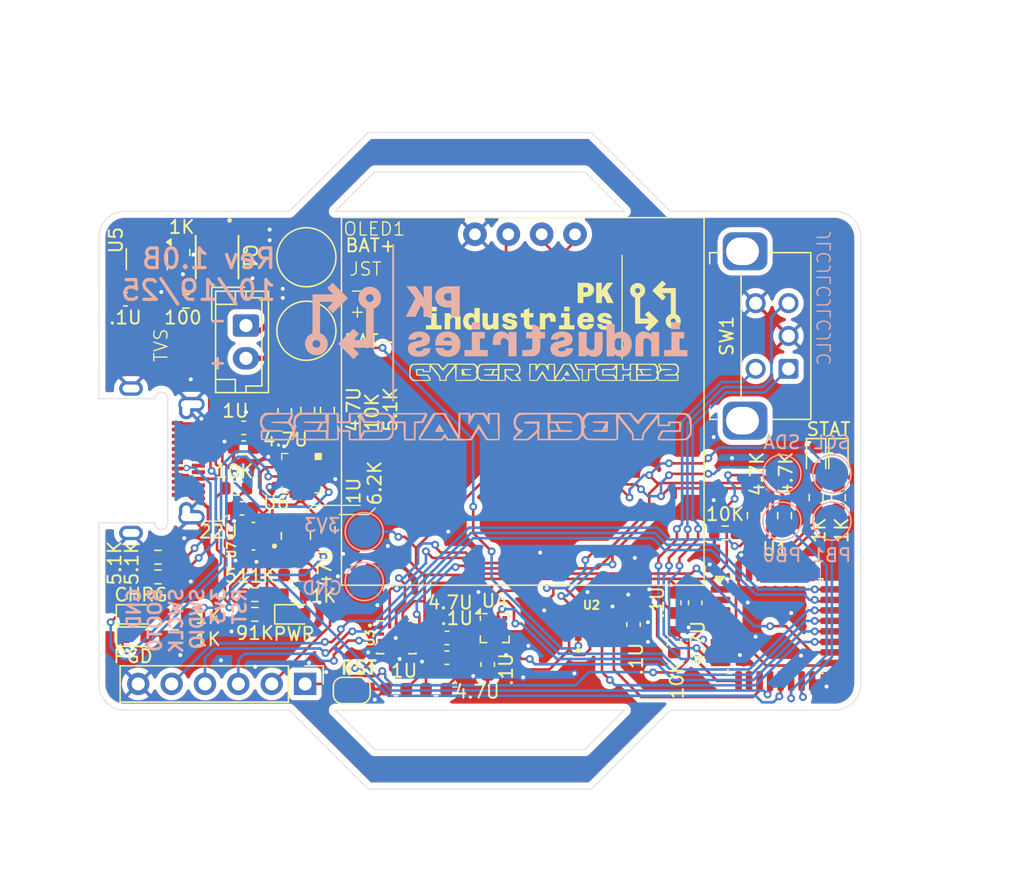
<source format=kicad_pcb>
(kicad_pcb (version 20241229) (generator "pcbnew") (generator_version "9.0")
  (layers (0 "F.Cu" signal) (2 "B.Cu" signal) (13 "F.Paste" user) (15 "B.Paste" user) (5 "F.SilkS" user "F.Silkscreen") (7 "B.SilkS" user "B.Silkscreen") (1 "F.Mask" user) (3 "B.Mask" user) (25 "Edge.Cuts" user))
  (net 0 "")
  (net 1 "GND")
  (net 2 "+3V3")
  (net 3 "Net-(U4-C1)")
  (net 4 "Net-(U5-VCC)")
  (net 5 "BAT+")
  (net 6 "VUNREG")
  (net 7 "Net-(D4-A1)")
  (net 8 "SDA")
  (net 9 "SCL")
  (net 10 "Net-(D1-A)")
  (net 11 "Net-(D1-K)")
  (net 12 "Net-(D2-K)")
  (net 13 "Net-(D2-A)")
  (net 14 "Net-(D3-A)")
  (net 15 "SWDIO")
  (net 16 "SWCLK")
  (net 17 "NRST")
  (net 18 "BOOT0")
  (net 24 "Net-(J2-CC1)")
  (net 25 "Net-(J2-CC2)")
  (net 35 "Net-(U7-LX2)")
  (net 36 "Net-(U7-LX1)")
  (net 37 "Net-(U5-OC)")
  (net 39 "Net-(U5-OD)")
  (net 41 "Net-(U5-CS)")
  (net 42 "Net-(U6-ISET)")
  (net 43 "Net-(U6-ILIM)")
  (net 44 "Net-(U7-FB)")
  (net 45 "PWRMODE")
  (net 46 "Net-(U6-TS)")
  (net 47 "Net-(U1-PB0)")
  (net 48 "Net-(D5-A)")
  (net 50 "RTCINT")
  (net 51 "BMIINT1")
  (net 52 "BMIINT2")
  (net 54 "Net-(D6-A)")
  (net 55 "Net-(U1-PB5)")
  (net 56 "Net-(U1-PB1)")
  (net 58 "MAGRDY")
  (net 59 "Net-(U1-PB4)")
  (net 61 "XLINT")
  (net 62 "ROTB")
  (net 63 "MAGINT")
  (net 71 "ROTA")
  (net 72 "ROTBUT")
  (net 73 "RTCINT2")
  (net 75 "BAT-")
  (footprint "Jumper:SolderJumper-2_P1.3mm_Open_RoundedPad1.0x1.5mm" (layer "F.Cu") (at 148.25 142.7)
    (property "Reference" "JP1" (hide yes))
    (property "Value" "SolderJumper_2_Open")
  )
  (footprint "Inductor_SMD:L_1008_2520Metric" (layer "F.Cu") (at 144 130.925 -90)
    (property "Reference" "1U")
    (property "Value" "1u")
  )
  (footprint "Resistor_SMD:R_0603_1608Metric" (layer "F.Cu") (at 185.3 128.0125 90)
    (property "Reference" "1K")
    (property "Value" "1k")
  )
  (footprint "Capacitor_SMD:C_0603_1608Metric" (layer "F.Cu") (at 172.8 136.025 -90)
    (property "Reference" ".1U")
    (property "Value" ".1u")
  )
  (footprint "Capacitor_SMD:C_0603_1608Metric" (layer "F.Cu") (at 143.15 121.375 90)
    (property "Reference" "4.7U")
    (property "Value" "4.7u")
  )
  (footprint "Resistor_SMD:R_0603_1608Metric" (layer "F.Cu") (at 143.875 135.4)
    (property "Reference" "1K")
    (property "Value" "1k")
  )
  (footprint "Resistor_SMD:R_0603_1608Metric" (layer "F.Cu") (at 139.45 127.3 180)
    (property "Reference" "10K")
    (property "Value" "10k")
  )
  (footprint "My Footprint Library:SMBJ TVS Diode" (layer "F.Cu") (at 137.6 121.4 180)
    (property "Reference" "D4" (hide yes))
    (property "Value" "D_TVS")
  )
  (footprint "Resistor_SMD:R_0603_1608Metric" (layer "F.Cu") (at 135.625 113.050901 180)
    (property "Reference" "100")
    (property "Value" "100")
  )
  (footprint "Resistor_SMD:R_0603_1608Metric" (layer "F.Cu") (at 140.875 135.4)
    (property "Reference" "511K")
    (property "Value" "511k")
  )
  (footprint "Resistor_SMD:R_0603_1608Metric" (layer "F.Cu") (at 176.675 130.7)
    (property "Reference" "10K")
    (property "Value" "10k")
  )
  (footprint "Capacitor_SMD:C_0603_1608Metric" (layer "F.Cu") (at 139.9 128.825 180)
    (property "Reference" "22U")
    (property "Value" "22u")
  )
  (footprint "LOGO" (layer "F.Cu") (at 163.7 113.5)
    (property "Reference" "G***" (hide yes))
    (property "Value" "LOGO" (hide yes))
  )
  (footprint "My Footprint Library:SOT50P160X60-8N" (layer "F.Cu") (at 140.765 130.95 180)
    (property "Reference" "U7")
    (property "Value" "TPS631000DRLR")
  )
  (footprint "Capacitor_SMD:C_0603_1608Metric" (layer "F.Cu") (at 174.4 136.025 90)
    (property "Reference" "4.7U")
    (property "Value" "4.7u")
  )
  (footprint "LED_SMD:LED_0603_1608Metric" (layer "F.Cu") (at 185.3 125 -90)
    (property "Reference" "STAT")
    (property "Value" "LED")
  )
  (footprint "Capacitor_SMD:C_0603_1608Metric" (layer "F.Cu") (at 140.025 124.2 180)
    (property "Reference" "4.7U")
    (property "Value" "4.7u")
  )
  (footprint "My Footprint Library:DFN_2PV33R_STM" (layer "F.Cu") (at 138 109.697 -90)
    (property "Reference" "Q1")
    (property "Value" "FS8205")
  )
  (footprint "Capacitor_SMD:C_0603_1608Metric" (layer "F.Cu") (at 131.025 112.9)
    (property "Reference" ".1U")
    (property "Value" ".1u")
  )
  (footprint "Resistor_SMD:R_0603_1608Metric" (layer "F.Cu") (at 172.8 139.025 -90)
    (property "Reference" "10K")
    (property "Value" "10k")
  )
  (footprint "Capacitor_SMD:C_0603_1608Metric" (layer "F.Cu") (at 155.5 138.7 180)
    (property "Reference" "4.7U")
    (property "Value" "4.7u")
  )
  (footprint "Resistor_SMD:R_0603_1608Metric" (layer "F.Cu") (at 135.399999 109.350901 -90)
    (property "Reference" "1K")
    (property "Value" "1k")
  )
  (footprint "LED_SMD:LED_0603_1608Metric" (layer "F.Cu") (at 143.8725 136.9)
    (property "Reference" "PWR")
    (property "Value" "LED")
  )
  (footprint "LED_SMD:LED_0603_1608Metric" (layer "F.Cu") (at 183.6 125 -90)
    (property "Reference" "D5" (hide yes))
    (property "Value" "LED")
  )
  (footprint "LED_SMD:LED_0603_1608Metric" (layer "F.Cu") (at 131.8125 136.9)
    (property "Reference" "CHRG")
    (property "Value" "LED")
  )
  (footprint "LOGO" (layer "F.Cu") (at 162.9 118.4)
    (property "Reference" "G***" (hide yes))
    (property "Value" "LOGO" (hide yes))
  )
  (footprint "Resistor_SMD:R_0603_1608Metric" (layer "F.Cu") (at 134.825 138.6 180)
    (property "Reference" "1K")
    (property "Value" "1k")
  )
  (footprint "Capacitor_SMD:C_0603_1608Metric" (layer "F.Cu") (at 143.875 133.9)
    (property "Reference" "47U")
    (property "Value" "47u")
  )
  (footprint "Package_LGA:LGA-12_2x2mm_P0.5mm" (layer "F.Cu") (at 159.1375 137.95)
    (property "Reference" "U4")
    (property "Value" "LSM303C")
  )
  (footprint "Resistor_SMD:R_0603_1608Metric" (layer "F.Cu") (at 134.825 136.9 180)
    (property "Reference" "1K")
    (property "Value" "1k")
  )
  (footprint "My Footprint Library:24P-Recessed-USB-C" (layer "F.Cu") (at 142.55 125.2 -90)
    (property "Reference" "J2" (hide yes))
    (property "Value" "USB_C_Receptacle")
    (fp_line (start -6.5 13.55) (end -4.725 13.55) (stroke (width 0.05)) (layer "Edge.Cuts"))
    (fp_line (start -4.725 13.55) (end -4.725 9.3) (stroke (width 0.05)) (layer "Edge.Cuts"))
    (fp_line (start 4.725 13.55) (end 6.5 13.55) (stroke (width 0.05)) (layer "Edge.Cuts"))
    (fp_line (start 4.725 9.3) (end 4.725 13.55) (stroke (width 0.05)) (layer "Edge.Cuts"))
    (fp_line (start -4.725 8.3) (end 4.725 8.3) (stroke (width 0.05)) (layer "Edge.Cuts"))
    (fp_arc (start -4.725 9.3) (mid -5.225 8.8) (end -4.725 8.3) (stroke (width 0.05)) (layer "Edge.Cuts"))
    (fp_arc (start 4.725 8.3) (mid 5.225 8.8) (end 4.725 9.3) (stroke (width 0.05)) (layer "Edge.Cuts"))
  )
  (footprint "Resistor_SMD:R_0603_1608Metric" (layer "F.Cu") (at 133.5 134.05 180)
    (property "Reference" "5.1K")
    (property "Value" "5.1k")
  )
  (footprint "TestPoint:TestPoint_Pad_D4.0mm" (layer "F.Cu") (at 144.8 109.7)
    (property "Reference" "BAT+")
    (property "Value" "TestPoint_Alt")
  )
  (footprint "My Footprint Library:QFN16" (layer "F.Cu") (at 144.425 126.15 -90)
    (property "Reference" "U6")
    (property "Value" "BQ24075RGT")
  )
  (footprint "Connector_JST:JST_EH_B2B-EH-A_1x02_P2.50mm_Vertical" (layer "F.Cu") (at 140.2 114.9 -90)
    (property "Reference" "J3" (hide yes))
    (property "Value" "Conn_01x02_Pin")
  )
  (footprint "Capacitor_SMD:C_0603_1608Metric" (layer "F.Cu") (at 155.5 140.2)
    (property "Reference" ".1U")
    (property "Value" ".1u")
  )
  (footprint "Resistor_SMD:R_0603_1608Metric" (layer "F.Cu") (at 178.9 129.375 -90)
    (property "Reference" "4.7K")
    (property "Value" "4.7k")
  )
  (footprint "Resistor_SMD:R_0603_1608Metric" (layer "F.Cu") (at 183.6 128.0125 90)
    (property "Reference" "1K")
    (property "Value" "1k")
  )
  (footprint "Capacitor_SMD:C_0603_1608Metric" (layer "F.Cu") (at 169.7 137.675 -90)
    (property "Reference" "C14" (hide yes))
    (property "Value" ".1u")
  )
  (footprint "Resistor_SMD:R_0603_1608Metric" (layer "F.Cu") (at 146.45 130.475 90)
    (property "Reference" "6.2K")
    (property "Value" "6.2k")
  )
  (footprint "My Footprint Library:IC_RV-3032-C7-32.768KHZ-2.5PPM-TA-QC" (layer "F.Cu") (at 166.85 137.9 90)
    (property "Reference" "U2")
    (property "Value" "RV-3032-C7-32.768KHZ-2.5PPM-TA-QC")
  )
  (footprint "Package_QFP:LQFP-32_7x7mm_P0.8mm" (layer "F.Cu") (at 180.5 137.8)
    (property "Reference" "U1")
    (property "Value" "STM32L010K8Tx")
  )
  (footprint "Capacitor_SMD:C_0603_1608Metric" (layer "F.Cu") (at 140.025 122.7)
    (property "Reference" "1U")
    (property "Value" "1u")
  )
  (footprint "Rotary_Encoder:RotaryEncoder_Bourns_Horizontal_PEC12R-2x17F-Sxxxx" (layer "F.Cu") (at 181.5 118.2 180)
    (property "Reference" "SW1")
    (property "Value" "RotaryEncoder_Switch_MP")
  )
  (footprint "TestPoint:TestPoint_Pad_D4.0mm" (layer "F.Cu") (at 144.8 115.3)
    (property "Reference" "BAT-")
    (property "Value" "TestPoint_Alt")
  )
  (footprint "Package_TO_SOT_SMD:SOT-23-6" (layer "F.Cu") (at 132.649999 109.850901 -90)
    (property "Reference" "U5")
    (property "Value" "DW01A")
  )
  (footprint "Resistor_SMD:R_0603_1608Metric" (layer "F.Cu") (at 181.2 129.375 -90)
    (property "Reference" "4.7K")
    (property "Value" "4.7k")
  )
  (footprint "My Footprint Library:0.96 OLED I2C" (layer "F.Cu") (at 147.47 106.68)
    (property "Reference" "OLED1")
    (property "Value" "~")
  )
  (footprint "Capacitor_SMD:C_0603_1608Metric" (layer "F.Cu") (at 151.625 142.6)
    (property "Reference" ".1U")
    (property "Value" ".1u")
  )
  (footprint "My Footprint Library:XDCR_BMI270" (layer "F.Cu") (at 151.6375 138.65)
    (property "Reference" "U3")
    (property "Value" "BMI270")
  )
  (footprint "Resistor_SMD:R_0603_1608Metric" (layer "F.Cu") (at 133.5 132.55 180)
    (property "Reference" "5.1K")
    (property "Value" "5.1k")
  )
  (footprint "Capacitor_SMD:C_0603_1608Metric" (layer "F.Cu") (at 154.675 142.6 180)
    (property "Reference" "4.7U")
    (property "Value" "4.7u")
  )
  (footprint "Resistor_SMD:R_0603_1608Metric" (layer "F.Cu") (at 144.9 121.375 90)
    (property "Reference" "10K")
    (property "Value" "10k")
  )
  (footprint "Resistor_SMD:R_0603_1608Metric" (layer "F.Cu") (at 140.875 136.9 180)
    (property "Reference" "91K")
    (property "Value" "91k")
  )
  (footprint "Connector_PinHeader_2.54mm:PinHeader_1x06_P2.54mm_Vertical" (layer "F.Cu") (at 144.7 142.2 -90)
    (property "Reference" "J1" (hide yes))
    (property "Value" "Conn_01x06_Pin")
  )
  (footprint "Resistor_SMD:R_0603_1608Metric" (layer "F.Cu") (at 146.4 121.375 -90)
    (property "Reference" "5.1K")
    (property "Value" "5.1k")
  )
  (footprint "LED_SMD:LED_0603_1608Metric" (layer "F.Cu") (at 131.8125 138.6)
    (property "Reference" "PGD")
    (property "Value" "LED")
  )
  (footprint "Capacitor_SMD:C_0603_1608Metric" (layer "F.Cu") (at 158.6 140.725 90)
    (property "Reference" ".1U")
    (property "Value" ".1u")
  )
  (footprint "TestPoint:TestPoint_Pad_D2.5mm" (layer "B.Cu") (at 181 129.8 180)
    (property "Reference" "PB0")
    (property "Value" "TestPoint_Alt")
  )
  (footprint "LOGO" (layer "B.Cu") (at 157.7 122.5 180)
    (property "Reference" "G***" (hide yes))
    (property "Value" "LOGO" (hide yes))
  )
  (footprint "LOGO" (layer "B.Cu") (at 159.1 114.7 180)
    (property "Reference" "G***" (hide yes))
    (property "Value" "LOGO" (hide yes))
  )
  (footprint "TestPoint:TestPoint_Pad_D2.5mm" (layer "B.Cu") (at 149.2 130.6 180)
    (property "Reference" "3V3")
    (property "Value" "TestPoint_Alt")
  )
  (footprint "TestPoint:TestPoint_Pad_D2.5mm" (layer "B.Cu") (at 184.8 129.8 180)
    (property "Reference" "PB1")
    (property "Value" "TestPoint_Alt")
  )
  (footprint "TestPoint:TestPoint_Pad_D2.5mm" (layer "B.Cu") (at 149.2 134.4 180)
    (property "Reference" "GND")
    (property "Value" "TestPoint_Alt")
  )
  (footprint "TestPoint:TestPoint_Pad_D2.5mm" (layer "B.Cu") (at 184.8 126.2 180)
    (property "Reference" "SCL")
    (property "Value" "TestPoint_Alt")
  )
  (footprint "TestPoint:TestPoint_Pad_D2.5mm" (layer "B.Cu") (at 181 126.2 180)
    (property "Reference" "SDA")
    (property "Value" "TestPoint_Alt")
  )
  (gr_line (start 148.9 128.6) (end 145.3 128.6) (stroke (width 0.1)) (layer "F.SilkS"))
  (gr_line (start 137.2 129.8) (end 138.3 129.8) (stroke (width 0.1)) (layer "F.SilkS"))
  (gr_line (start 138.3 129.8) (end 138.7 129.4) (stroke (width 0.1)) (layer "F.SilkS"))
  (gr_line (start 145.3 128.6) (end 144.8 129.1) (stroke (width 0.1)) (layer "F.SilkS"))
  (gr_line (start 150.05 128.8) (end 149.55 129.3) (stroke (width 0.1)) (layer "F.SilkS"))
  (gr_line (start 149.55 129.3) (end 147.3 129.3) (stroke (width 0.1)) (layer "F.SilkS"))
  (gr_line (start 166.5 100.2) (end 172.5 106.2) (stroke (width 0.05)) (layer "Edge.Cuts"))
  (gr_line (start 169 106.2) (end 147 106.2) (stroke (width 0.05)) (layer "Edge.Cuts"))
  (gr_arc (start 185 106.2) (mid 186.414214 106.785786) (end 187 108.2) (stroke (width 0.05)) (layer "Edge.Cuts"))
  (gr_arc (start 131 144.2) (mid 129.585786 143.614214) (end 129 142.2) (stroke (width 0.05)) (layer "Edge.Cuts"))
  (gr_line (start 143.5 106.2) (end 149.5 100.2) (stroke (width 0.05)) (layer "Edge.Cuts"))
  (gr_line (start 166.5 150.2) (end 149.5 150.2) (stroke (width 0.05)) (layer "Edge.Cuts"))
  (gr_line (start 187 142.2) (end 187 108.2) (stroke (width 0.05)) (layer "Edge.Cuts"))
  (gr_line (start 147 106.2) (end 150 103.2) (stroke (width 0.05)) (layer "Edge.Cuts"))
  (gr_line (start 143.5 106.2) (end 131 106.2) (stroke (width 0.05)) (layer "Edge.Cuts"))
  (gr_line (start 166.5 100.2) (end 149.5 100.2) (stroke (width 0.05)) (layer "Edge.Cuts"))
  (gr_line (start 147 144.2) (end 169 144.2) (stroke (width 0.05)) (layer "Edge.Cuts"))
  (gr_line (start 143.5 144.2) (end 149.5 150.2) (stroke (width 0.05)) (layer "Edge.Cuts"))
  (gr_line (start 172.5 144.2) (end 185 144.2) (stroke (width 0.05)) (layer "Edge.Cuts"))
  (gr_line (start 129 142.2) (end 129 131.7) (stroke (width 0.05)) (layer "Edge.Cuts"))
  (gr_line (start 129 108.2) (end 129 118.7) (stroke (width 0.05)) (layer "Edge.Cuts"))
  (gr_line (start 169 144.2) (end 166 147.2) (stroke (width 0.05)) (layer "Edge.Cuts"))
  (gr_line (start 166 147.2) (end 150 147.2) (stroke (width 0.05)) (layer "Edge.Cuts"))
  (gr_line (start 166.5 150.2) (end 172.5 144.2) (stroke (width 0.05)) (layer "Edge.Cuts"))
  (gr_arc (start 187 142.2) (mid 186.414214 143.614214) (end 185 144.2) (stroke (width 0.05)) (layer "Edge.Cuts"))
  (gr_arc (start 129 108.2) (mid 129.585786 106.785786) (end 131 106.2) (stroke (width 0.05)) (layer "Edge.Cuts"))
  (gr_line (start 147 144.2) (end 150 147.2) (stroke (width 0.05)) (layer "Edge.Cuts"))
  (gr_line (start 166 103.2) (end 150 103.2) (stroke (width 0.05)) (layer "Edge.Cuts"))
  (gr_line (start 131 144.2) (end 143.5 144.2) (stroke (width 0.05)) (layer "Edge.Cuts"))
  (gr_line (start 185 106.2) (end 172.5 106.2) (stroke (width 0.05)) (layer "Edge.Cuts"))
  (gr_line (start 169 106.2) (end 166 103.2) (stroke (width 0.05)) (layer "Edge.Cuts"))
  (gr_text ".1U" (at 169.9 140.3 90) (layer "F.SilkS") (effects (font (size 1 1))))
  (gr_text "JST\n-\n+\n" (at 148 114.4 0) (layer "F.SilkS") (effects (font (size 1 1) (thickness 0.1)) (justify left bottom)))
  (gr_text "RST" (at 147.3 141.55 0) (layer "F.SilkS") (effects (font (size 1 1) (thickness 0.2) (bold yes)) (justify left bottom)))
  (gr_text "JLCJLCJLCJLC\n" (at 184.8 107.6 90) (layer "B.SilkS") (effects (font (size 1 1) (thickness 0.1)) (justify left bottom mirror)))
  (gr_text "GND\nBOOT0\nSWCLK\nSWDIO\n3v3\nRST" (at 140.3 134.8 90) (layer "B.SilkS") (effects (font (size 1 1) (thickness 0.2) (bold yes)) (justify left bottom mirror)))
  (gr_text "Rev 1.0B\n10/19/25\n" (at 142.6 113.1 0) (layer "B.SilkS") (effects (font (size 1.5 1.5) (thickness 0.25)) (justify left bottom mirror)))
  (gr_text "-\n\n+" (at 138.8 118.3 0) (layer "B.SilkS") (effects (font (size 1 1) (thickness 0.2) (bold yes)) (justify left bottom mirror)))
  (segment (start 133.599999 112.2009) (end 133.75 112.350901) (width 0.2) (layer "F.Cu") (net 1))
  (segment (start 135.7 130.9) (end 135.5 131.1) (width 0.2) (layer "F.Cu") (net 1))
  (segment (start 152.1375 139.5625) (end 152.1375 140.0625) (width 0.2) (layer "F.Cu") (net 1))
  (segment (start 137.3 129.832785) (end 136.232785 130.9) (width 0.2) (layer "F.Cu") (net 1))
  (segment (start 177.7 133.625) (end 177.7 132.58233) (width 0.2) (layer "F.Cu") (net 1))
  (segment (start 154.725 138.7) (end 154.725 138.8421) (width 0.2) (layer "F.Cu") (net 1))
  (segment (start 141 122.7) (end 140.8 122.7) (width 0.2) (layer "F.Cu") (net 1))
  (segment (start 144.675 126.4) (end 144.425 126.15) (width 0.2) (layer "F.Cu") (net 1))
  (segment (start 161.3 138.2) (end 159.9 138.2) (width 0.2) (layer "F.Cu") (net 1))
  (segment (start 150.85 142.6) (end 150.8 142.6) (width 0.2) (layer "F.Cu") (net 1))
  (segment (start 157.5 141.6) (end 156.3 141.6) (width 0.2) (layer "F.Cu") (net 1))
  (segment (start 169.7 138.45) (end 170.25 138.45) (width 0.2) (layer "F.Cu") (net 1))
  (segment (start 139.2 131.5) (end 139.2 132.6) (width 0.2) (layer "F.Cu") (net 1))
  (segment (start 136.3 108) (end 136.3 107.7) (width 0.2) (layer "F.Cu") (net 1))
  (segment (start 136.232785 130.9) (end 135.7 130.9) (width 0.2) (layer "F.Cu") (net 1))
  (segment (start 142.1 123.8) (end 141 122.7) (width 0.2) (layer "F.Cu") (net 1))
  (segment (start 159.3875 138.7125) (end 159.3875 138.398) (width 0.2) (layer "F.Cu") (net 1))
  (segment (start 151.6375 139.5625) (end 151.6375 138.7375) (width 0.2) (layer "F.Cu") (net 1))
  (segment (start 183.6 143.2) (end 184 143.2) (width 0.2) (layer "F.Cu") (net 1))
  (segment (start 159.3875 138.398) (end 159.5855 138.2) (width 0.2) (layer "F.Cu") (net 1))
  (segment (start 140.9 132.8) (end 141 132.9) (width 0.2) (layer "F.Cu") (net 1))
  (segment (start 144.675 125.9) (end 144.425 126.15) (width 0.2) (layer "F.Cu") (net 1))
  (segment (start 140.7 131.2) (end 140.9 131.4) (width 0.2) (layer "F.Cu") (net 1))
  (segment (start 136.374 122.369) (end 136.743 122) (width 0.2) (layer "F.Cu") (net 1))
  (segment (start 183.3 141.975) (end 183.3 142.9) (width 0.2) (layer "F.Cu") (net 1))
  (segment (start 136.58 128.075) (end 136.028496 128.075) (width 0.2) (layer "F.Cu") (net 1))
  (segment (start 168.6 137.7) (end 168.9 138) (width 0.2) (layer "F.Cu") (net 1))
  (segment (start 139.303 129.8) (end 139.303 129.338259) (width 0.2) (layer "F.Cu") (net 1))
  (segment (start 146.45 131.65) (end 147.1 132.3) (width 0.2) (layer "F.Cu") (net 1))
  (segment (start 136.646799 108.206) (end 136.2 108.652799) (width 0.2) (layer "F.Cu") (net 1))
  (segment (start 154.725 138.8421) (end 153.6 139.9671) (width 0.2) (layer "F.Cu") (net 1))
  (segment (start 140.275 127.3) (end 139.125 128.45) (width 0.2) (layer "F.Cu") (net 1))
  (segment (start 147.1 132.3) (end 147.6 132.3) (width 0.2) (layer "F.Cu") (net 1))
  (segment (start 184 143.2) (end 184.4 142.8) (width 0.2) (layer "F.Cu") (net 1))
  (segment (start 134.98 122.325) (end 135.024 122.369) (width 0.2) (layer "F.Cu") (net 1))
  (segment (start 159.3875 138.7125) (end 159.3875 139.0875) (width 0.2) (layer "F.Cu") (net 1))
  (segment (start 139.125 128.45) (end 139.125 128.825) (width 0.2) (layer "F.Cu") (net 1))
  (segment (start 142.95 126.9) (end 143.675 126.9) (width 0.2) (layer "F.Cu") (net 1))
  (segment (start 139.25 124.2) (end 138.948529 124.2) (width 0.2) (layer "F.Cu") (net 1))
  (segment (start 135.024 122.369) (end 136.374 122.369) (width 0.2) (layer "F.Cu") (net 1))
  (segment (start 137.3 128.795) (end 137.3 129.832785) (width 0.2) (layer "F.Cu") (net 1))
  (segment (start 136.743 122) (end 136.8 122) (width 0.2) (layer "F.Cu") (net 1))
  (segment (start 136.506 108.206) (end 136.3 108) (width 0.2) (layer "F.Cu") (net 1))
  (segment (start 184.4 142.8) (end 184.4 142.4) (width 0.2) (layer "F.Cu") (net 1))
  (segment (start 168.2 137.3) (end 168.6 137.7) (width 0.2) (layer "F.Cu") (net 1))
  (segment (start 135.524099 110.175901) (end 136.2 109.5) (width 0.2) (layer "F.Cu") (net 1))
  (segment (start 143.675 125.4) (end 144.425 126.15) (width 0.2) (layer "F.Cu") (net 1))
  (segment (start 152 138.7) (end 151.6 138.7) (width 0.2) (layer "F.Cu") (net 1))
  (segment (start 135.758496 127.805) (end 134.98 127.805) (width 0.2) (layer "F.Cu") (net 1))
  (segment (start 172.7 136.8) (end 170.9 135) (width 0.2) (layer "F.Cu") (net 1))
  (segment (start 138 109.697) (end 137.803 109.5) (width 0.2) (layer "F.Cu") (net 1))
  (segment (start 177.7 134.6) (end 177.7 133.625) (width 0.2) (layer "F.Cu") (net 1))
  (segment (start 140.03 131.2) (end 140.7 131.2) (width 0.2) (layer "F.Cu") (net 1))
  (segment (start 170.6 137.7) (end 170.8 137.5) (width 0.2) (layer "F.Cu") (net 1))
  (segment (start 139.125 129.160259) (end 139.125 128.825) (width 0.2) (layer "F.Cu") (net 1))
  (segment (start 133.599999 110.988401) (end 133.599999 112.2009) (width 0.2) (layer "F.Cu") (net 1))
  (segment (start 151.6375 139.5625) (end 152.1375 139.5625) (width 0.2) (layer "F.Cu") (net 1))
  (segment (start 139.5 131.2) (end 139.2 131.5) (width 0.2) (layer "F.Cu") (net 1))
  (segment (start 144.8 133.9) (end 145.7 134.8) (width 0.2) (layer "F.Cu") (net 1))
  (segment (start 146.45 131.3) (end 146.45 131.65) (width 0.2) (layer "F.Cu") (net 1))
  (segment (start 135.399999 110.175901) (end 135.524099 110.175901) (width 0.2) (layer "F.Cu") (net 1))
  (segment (start 145.9 126.4) (end 144.675 126.4) (width 0.2) (layer "F.Cu") (net 1))
  (segment (start 140.03 131.2) (end 139.5 131.2) (width 0.2) (layer "F.Cu") (net 1))
  (segment (start 153.6 139.9671) (end 153.6 140.5) (width 0.2) (layer "F.Cu") (net 1))
  (segment (start 144.175 125.9) (end 142.95 125.9) (width 0.2) (layer "F.Cu") (net 1))
  (segment (start 139.2 132.6) (end 139.4 132.8) (width 0.2) (layer "F.Cu") (net 1))
  (segment (start 139.303 129.338259) (end 139.125 129.160259) (width 0.2) (layer "F.Cu") (net 1))
  (segment (start 142 127.2) (end 142.3 126.9) (width 0.2) (layer "F.Cu") (net 1))
  (segment (start 136.58 128.075) (end 137.3 128.795) (width 0.2) (layer "F.Cu") (net 1))
  (segment (start 137.049999 108.206) (end 136.646799 108.206) (width 0.2) (layer "F.Cu") (net 1))
  (segment (start 143.675 124.675) (end 143.675 125.4) (width 0.2) (layer "F.Cu") (net 1))
  (segment (start 136.028496 128.075) (end 135.758496 127.805) (width 0.2) (layer "F.Cu") (net 1))
  (segment (start 137.803 109.5) (end 136.2 109.5) (width 0.2) (layer "F.Cu") (net 1))
  (segment (start 144.65 133.9) (end 144.8 133.9) (width 0.2) (layer "F.Cu") (net 1))
  (segment (start 150.8 142.6) (end 150 143.4) (width 0.2) (layer "F.Cu") (net 1))
  (segment (start 151.6375 139.5625) (end 151.6375 140.0375) (width 0.2) (layer "F.Cu") (net 1))
  (segment (start 178.4 136) (end 178.4 135.3) (width 0.2) (layer "F.Cu") (net 1))
  (segment (start 138.562132 123.737868) (end 139.024265 124.2) (width 0.2) (layer "F.Cu") (net 1))
  (segment (start 168.6 137.7) (end 170.6 137.7) (width 0.2) (layer "F.Cu") (net 1))
  (segment (start 152.1375 139.5625) (end 152.1375 138.8375) (width 0.2) (layer "F.Cu") (net 1))
  (segment (start 159.5855 138.2) (end 159.9 138.2) (width 0.2) (layer "F.Cu") (net 1))
  (segment (start 143.675 126.9) (end 144.425 126.15) (width 0.2) (layer "F.Cu") (net 1))
  (segment (start 177.7 132.58233) (end 177.9 132.38233) (width 0.2) (layer "F.Cu") (net 1))
  (segment (start 156.3 141.6) (end 155.45 142.45) (width 0.2) (layer "F.Cu") (net 1))
  (segment (start 144.425 126.15) (end 144.175 125.9) (width 0.2) (layer "F.Cu") (net 1))
  (segment (start 152.1375 138.8375) (end 152 138.7) (width 0.2) (layer "F.Cu") (net 1))
  (segment (start 170.25 138.45) (end 170.8 139) (width 0.2) (layer "F.Cu") (net 1))
  (segment (start 172.8 136.8) (end 172.7 136.8) (width 0.2) (layer "F.Cu") (net 1))
  (segment (start 145.9 125.9) (end 144.675 125.9) (width 0.2) (layer "F.Cu") (net 1))
  (segment (start 168.9 138) (end 168.9 139.2) (width 0.2) (layer "F.Cu") (net 1))
  (segment (start 152.1375 140.0625) (end 151.9 140.3) (width 0.2) (layer "F.Cu") (net 1))
  (segment (start 136.2 108.652799) (end 136.2 109.5) (width 0.2) (layer "F.Cu") (net 1))
  (segment (start 143.1 124.3) (end 143.475 124.675) (width 0.2) (layer "F.Cu") (net 1))
  (segment (start 143.1 124.1) (end 143.1 124.3) (width 0.2) (layer "F.Cu") (net 1))
  (segment (start 136.374 122.369) (end 136.58 122.575) (width 0.2) (layer "F.Cu") (net 1))
  (segment (start 139.024265 124.2) (end 139.25 124.2) (width 0.2) (layer "F.Cu") (net 1))
  (segment (start 142.8 123.8) (end 142.1 123.8) (width 0.2) (layer "F.Cu") (net 1))
  (segment (start 143.475 124.675) (end 143.675 124.675) (width 0.2) (layer "F.Cu") (net 1))
  (segment (start 142.3 126.9) (end 142.95 126.9) (width 0.2) (layer "F.Cu") (net 1))
  (segment (start 143.1 124.1) (end 142.8 123.8) (width 0.2) (layer "F.Cu") (net 1))
  (segment (start 140.9 131.4) (end 140.9 132.8) (width 0.2) (layer "F.Cu") (net 1))
  (segment (start 151.6375 140.0375) (end 151.9 140.3) (width 0.2) (layer "F.Cu") (net 1))
  (segment (start 159.3875 139.0875) (end 159.6 139.3) (width 0.2) (layer "F.Cu") (net 1))
  (segment (start 159.6 139.3) (end 159.6 139.7) (width 0.2) (layer "F.Cu") (net 1))
  (segment (start 155.45 142.45) (end 155.45 142.6) (width 0.2) (layer "F.Cu") (net 1))
  (segment (start 183.3 142.9) (end 183.6 143.2) (width 0.2) (layer "F.Cu") (net 1))
  (segment (start 162.9 136.6) (end 161.3 138.2) (width 0.2) (layer "F.Cu") (net 1))
  (segment (start 151.6375 138.7375) (end 151.6 138.7) (width 0.2) (layer "F.Cu") (net 1))
  (segment (start 136.646799 108.206) (end 136.506 108.206) (width 0.2) (layer "F.Cu") (net 1))
  (segment (start 178.4 135.3) (end 177.7 134.6) (width 0.2) (layer "F.Cu") (net 1))
  (via (at 177.8 140) (size 0.6) (drill 0.3) (layers "F.Cu" "B.Cu") (net 1))
  (via (at 150 143.4) (size 0.6) (drill 0.3) (layers "F.Cu" "B.Cu") (net 1))
  (via (at 157.5 141.6) (size 0.6) (drill 0.3) (layers "F.Cu" "B.Cu") (net 1))
  (via (at 175.8 128.2) (size 0.6) (drill 0.3) (layers "F.Cu" "B.Cu") (net 1))
  (via (at 170.8 139) (size 0.6) (drill 0.3) (layers "F.Cu" "B.Cu") (net 1))
  (via (at 135.2 140) (size 0.6) (drill 0.3) (layers "F.Cu" "B.Cu") (net 1))
  (via (at 143 112.8) (size 0.6) (drill 0.3) (layers "F.Cu" "B.Cu") (net 1))
  (via (at 177.2 125) (size 0.6) (drill 0.3) (layers "F.Cu" "B.Cu") (net 1))
  (via (at 176.8 134.2) (size 0.6) (drill 0.3) (layers "F.Cu" "B.Cu") (net 1))
  (via (at 136.2 109.5) (size 0.6) (drill 0.3) (layers "F.Cu" "B.Cu") (net 1))
  (via (at 145 140.6) (size 0.6) (drill 0.3) (layers "F.Cu" "B.Cu") (net 1))
  (via (at 135.5 131.1) (size 0.6) (drill 0.3) (layers "F.Cu" "B.Cu") (net 1))
  (via (at 139.1 138.2) (size 0.6) (drill 0.3) (layers "F.Cu" "B.Cu") (net 1))
  (via (at 181.7 136.8) (size 0.6) (drill 0.3) (layers "F.Cu" "B.Cu") (net 1))
  (via (at 175.5 133.1) (size 0.6) (drill 0.3) (layers "F.Cu" "B.Cu") (net 1))
  (via (at 146.3 141.3) (size 0.6) (drill 0.3) (layers "F.Cu" "B.Cu") (net 1))
  (via (at 170.9 135) (size 0.6) (drill 0.3) (layers "F.Cu" "B.Cu") (net 1))
  (via (at 133.75 112.350901) (size 0.6) (drill 0.3) (layers "F.Cu" "B.Cu") (net 1))
  (via (at 142 108.4) (size 0.6) (drill 0.3) (layers "F.Cu" "B.Cu") (net 1))
  (via (at 150.2 136.2) (size 0.6) (drill 0.3) (layers "F.Cu" "B.Cu") (net 1))
  (via (at 161.3 141.7) (size 0.6) (drill 0.3) (layers "F.Cu" "B.Cu") (net 1))
  (via (at 165.2 141.4) (size 0.6) (drill 0.3) (layers "F.Cu" "B.Cu") (net 1))
  (via (at 140.7 111.3) (size 0.6) (drill 0.3) (layers "F.Cu" "B.Cu") (net 1))
  (via (at 178.4 136) (size 0.6) (drill 0.3) (layers "F.Cu" "B.Cu") (net 1))
  (via (at 140.9 140.9) (size 0.6) (drill 0.3) (layers "F.Cu" "B.Cu") (net 1))
  (via (at 179 138.6) (size 0.6) (drill 0.3) (layers "F.Cu" "B.Cu") (net 1))
  (via (at 177.9 132.38233) (size 0.6) (drill 0.3) (layers "F.Cu" "B.Cu") (net 1))
  (via (at 143.1 124.1) (size 0.6) (drill 0.3) (layers "F.Cu" "B.Cu") (net 1))
  (via (at 147.2 134) (size 0.6) (drill 0.3) (layers "F.Cu" "B.Cu") (net 1))
  (via (at 151.9 140.3) (size 0.6) (drill 0.3) (layers "F.Cu" "B.Cu") (net 1))
  (via (at 141 132.9) (size 0.6) (drill 0.3) (layers "F.Cu" "B.Cu") (net 1))
  (via (at 151 131.7) (size 0.6) (drill 0.3) (layers "F.Cu" "B.Cu") (net 1))
  (via (at 138.3 140.4) (size 0.6) (drill 0.3) (layers "F.Cu" "B.Cu") (net 1))
  (via (at 136.8 122) (size 0.6) (drill 0.3) (layers "F.Cu" "B.Cu") (net 1))
  (via (at 169.3 135.4) (size 0.6) (drill 0.3) (layers "F.Cu" "B.Cu") (net 1))
  (via (at 143 112.1) (size 0.6) (drill 0.3) (layers "F.Cu" "B.Cu") (net 1))
  (via (at 140.3 125.9) (size 0.6) (drill 0.3) (layers "F.Cu" "B.Cu") (net 1))
  (via (at 160 140) (size 0.6) (drill 0.3) (layers "F.Cu" "B.Cu") (net 1))
  (via (at 145.8 136) (size 0.6) (drill 0.3) (layers "F.Cu" "B.Cu") (net 1))
  (via (at 170.8 137.5) (size 0.6) (drill 0.3) (layers "F.Cu" "B.Cu") (net 1))
  (via (at 173.9 137.9) (size 0.6) (drill 0.3) (layers "F.Cu" "B.Cu") (net 1))
  (via (at 135.4 110.994801) (size 0.6) (drill 0.3) (layers "F.Cu" "B.Cu") (net 1))
  (via (at 149.5 139.8) (size 0.6) (drill 0.3) (layers "F.Cu" "B.Cu") (net 1))
  (via (at 155.6 130.6) (size 0.6) (drill 0.3) (layers "F.Cu" "B.Cu") (net 1))
  (via (at 161.7 139.3) (size 0.6) (drill 0.3) (layers "F.Cu" "B.Cu") (net 1))
  (via (at 153.6 140.5) (size 0.6) (drill 0.3) (layers "F.Cu" "B.Cu") (net 1))
  (via (at 139.4 132.8) (size 0.6) (drill 0.3) (layers "F.Cu" "B.Cu") (net 1))
  (via (at 139.303 129.8) (size 0.6) (drill 0.3) (layers "F.Cu" "B.Cu") (net 1))
  (via (at 162.9 136.6) (size 0.6) (drill 0.3) (layers "F.Cu" "B.Cu") (net 1))
  (via (at 136 119) (size 0.6) (drill 0.3) (layers "F.Cu" "B.Cu") (net 1))
  (via (at 162.6 132.2) (size 0.6) (drill 0.3) (layers "F.Cu" "B.Cu") (net 1))
  (via (at 140.2 121.5) (size 0.6) (drill 0.3) (layers "F.Cu" "B.Cu") (net 1))
  (via (at 175.8 123.4) (size 0.6) (drill 0.3) (layers "F.Cu" "B.Cu") (net 1))
  (via (at 142 107.6) (size 0.6) (drill 0.3) (layers "F.Cu" "B.Cu") (net 1))
  (via (at 169.8 132.6) (size 0.6) (drill 0.3) (layers "F.Cu" "B.Cu") (net 1))
  (via (at 166.2 135.2) (size 0.6) (drill 0.3) (layers "F.Cu" "B.Cu") (net 1))
  (via (at 136 134.4) (size 0.6) (drill 0.3) (layers "F.Cu" "B.Cu") (net 1))
  (via (at 157.9 135.2) (size 0.6) (drill 0.3) (layers "F.Cu" "B.Cu") (net 1))
  (via (at 147.6 132.3) (size 0.6) (drill 0.3) (layers "F.Cu" "B.Cu") (net 1))
  (via (at 141.9 124.9) (size 0.6) (drill 0.3) (layers "F.Cu" "B.Cu") (net 1))
  (via (at 142 127.2) (size 0.6) (drill 0.3) (layers "F.Cu" "B.Cu") (net 1))
  (via (at 182.45 140.05) (size 0.6) (drill 0.3) (layers "F.Cu" "B.Cu") (net 1))
  (via (at 147 126.6) (size 0.6) (drill 0.3) (layers "F.Cu" "B.Cu") (net 1))
  (via (at 184.4 142.4) (size 0.6) (drill 0.3) (layers "F.Cu" "B.Cu") (net 1))
  (via (at 138.562132 123.737868) (size 0.6) (drill 0.3) (layers "F.Cu" "B.Cu") (net 1))
  (via (at 151.6 138.7) (size 0.6) (drill 0.3) (layers "F.Cu" "B.Cu") (net 1))
  (via (at 168.1 136.3) (size 0.6) (drill 0.3) (layers "F.Cu" "B.Cu") (net 1))
  (segment (start 156.275 140.2) (end 156.874 140.2) (width 0.2) (layer "F.Cu") (net 2))
  (segment (start 167.3 135) (end 167.3 137.3) (width 0.2) (layer "F.Cu") (net 2))
  (segment (start 174.4 135) (end 174.4 135.25) (width 0.2) (layer "F.Cu") (net 2))
  (segment (start 153.9 141.4) (end 154.1 141.2) (width 0.2) (layer "F.Cu") (net 2))
  (segment (start 153.15 133.35) (end 153.7 133.9) (width 0.2) (layer "F.Cu") (net 2))
  (segment (start 153.15 131.85) (end 160 125) (width 0.2) (layer "F.Cu") (net 2))
  (segment (start 141.8 133.225) (end 142.475 133.9) (width 0.2) (layer "F.Cu") (net 2))
  (segment (start 151.1375 139.5625) (end 151.175265 139.600265) (width 0.2) (layer "F.Cu") (net 2))
  (segment (start 153.6 141.4) (end 153.9 141.4) (width 0.2) (layer "F.Cu") (net 2))
  (segment (start 141.8 132.225) (end 141.8 132.875) (width 0.2) (layer "F.Cu") (net 2))
  (segment (start 151.175265 139.600265) (end 151.175265 141.075265) (width 0.2) (layer "F.Cu") (net 2))
  (segment (start 141.8 134.15) (end 141.8 133.6) (width 0.2) (layer "F.Cu") (net 2))
  (segment (start 153 141.6) (end 153.2 141.4) (width 0.2) (layer "F.Cu") (net 2))
  (segment (start 184.475 140.8) (end 184.675 140.6) (width 0.2) (layer "F.Cu") (net 2))
  (segment (start 168.7 134.2) (end 169.1 134.2) (width 0.2) (layer "F.Cu") (net 2))
  (segment (start 179.8 140.8) (end 184.475 140.8) (width 0.2) (layer "F.Cu") (net 2))
  (segment (start 141.8 132) (end 141.8 132.225) (width 0.2) (layer "F.Cu") (net 2))
  (segment (start 169.1 134.2) (end 171.5 136.6) (width 0.2) (layer "F.Cu") (net 2))
  (segment (start 151.175265 141.075265) (end 151.7 141.6) (width 0.2) (layer "F.Cu") (net 2))
  (segment (start 142.475 133.9) (end 143.1 133.9) (width 0.2) (layer "F.Cu") (net 2))
  (segment (start 173.6 134.2) (end 175.525 134.2) (width 0.2) (layer "F.Cu") (net 2))
  (segment (start 175.7 134.2) (end 176.799 133.101) (width 0.2) (layer "F.Cu") (net 2))
  (segment (start 177.5 138.5) (end 179.8 140.8) (width 0.2) (layer "F.Cu") (net 2))
  (segment (start 176.799 133.101) (end 176.799 130.176) (width 0.2) (layer "F.Cu") (net 2))
  (segment (start 171.5 136.6) (end 171.5 138.55) (width 0.2) (layer "F.Cu") (net 2))
  (segment (start 159.9 137.7) (end 159.9 137.2) (width 0.2) (layer "F.Cu") (net 2))
  (segment (start 157 141.2) (end 157.374 140.826) (width 0.2) (layer "F.Cu") (net 2))
  (segment (start 172.4 134.2) (end 172.8 134.6) (width 0.2) (layer "F.Cu") (net 2))
  (segment (start 153.8 139.2) (end 153.8 134) (width 0.2) (layer "F.Cu") (net 2))
  (segment (start 175.525 134.2) (end 175.7 134.2) (width 0.2) (layer "F.Cu") (net 2))
  (segment (start 176.9 126.3) (end 179.5342 126.3) (width 0.2) (layer "F.Cu") (net 2))
  (segment (start 157.273 138.7125) (end 157.374 138.8135) (width 0.2) (layer "F.Cu") (net 2))
  (segment (start 154.1 141.2) (end 157 141.2) (width 0.2) (layer "F.Cu") (net 2))
  (segment (start 143.05 135.4) (end 141.8 134.15) (width 0.2) (layer "F.Cu") (net 2))
  (segment (start 153.9 141.4) (end 153.9 142.6) (width 0.2) (layer "F.Cu") (net 2))
  (segment (start 145.00011 133.025) (end 145.537555 133.562445) (width 0.2) (layer "F.Cu") (net 2))
  (segment (start 157.374 140.7) (end 157.374 138.8135) (width 0.2) (layer "F.Cu") (net 2))
  (segment (start 171.5 138.55) (end 172.8 139.85) (width 0.2) (layer "F.Cu") (net 2))
  (segment (start 153.7 133.9) (end 156.9 133.9) (width 0.2) (layer "F.Cu") (net 2))
  (segment (start 175.525 134.2) (end 176.325 135) (width 0.2) (layer "F.Cu") (net 2))
  (segment (start 156.874 140.2) (end 157.374 140.7) (width 0.2) (layer "F.Cu") (net 2))
  (segment (start 141.8 132.225) (end 141.8 132.6) (width 0.2) (layer "F.Cu") (net 2))
  (segment (start 145.637555 133.562445) (end 145.537555 133.562445) (width 0.2) (layer "F.Cu") (net 2))
  (segment (start 157.2 134.2) (end 168.7 134.2) (width 0.2) (layer "F.Cu") (net 2))
  (segment (start 141.5 131.7) (end 141.8 132) (width 0.2) (layer "F.Cu") (net 2))
  (segment (start 181.2 127.9658) (end 181.2 128.55) (width 0.2) (layer "F.Cu") (net 2))
  (segment (start 158.375 137.7) (end 158.375 138.2) (width 0.2) (layer "F.Cu") (net 2))
  (segment (start 153.2 141.4) (end 152.6 140.8) (width 0.2) (layer "F.Cu") (net 2))
  (segment (start 169.7 136.9) (end 169.5 136.9) (width 0.2) (layer "F.Cu") (net 2))
  (segment (start 179.5342 126.3) (end 181.2 127.9658) (width 0.2) (layer "F.Cu") (net 2))
  (segment (start 176.799 128.701) (end 176.799 130.176) (width 0.2) (layer "F.Cu") (net 2))
  (segment (start 160 125) (end 160 107.78) (width 0.2) (layer "F.Cu") (net 2))
  (segment (start 168.7 134.2) (end 172.2 134.2) (width 0.2) (layer "F.Cu") (net 2))
  (segment (start 146.6 137.76) (end 142.16 142.2) (width 0.2) (layer "F.Cu") (net 2))
  (segment (start 166.5 134.2) (end 167.3 135) (width 0.2) (layer "F.Cu") (net 2))
  (segment (start 142.225 133.025) (end 145.00011 133.025) (width 0.2) (layer "F.Cu") (net 2))
  (segment (start 152.7 140.3) (end 153.8 139.2) (width 0.2) (layer "F.Cu") (net 2))
  (segment (start 157.273 138.7) (end 157.773 138.2) (width 0.2) (layer "F.Cu") (net 2))
  (segment (start 157.773 138.2) (end 158.375 138.2) (width 0.2) (layer "F.Cu") (net 2))
  (segment (start 145.537555 133.562445) (end 146.6 134.62489) (width 0.2) (layer "F.Cu") (net 2))
  (segment (start 152.6 139.6) (end 152.8 139.4) (width 0.2) (layer "F.Cu") (net 2))
  (segment (start 153.6 141.4) (end 153.2 141.4) (width 0.2) (layer "F.Cu") (net 2))
  (segment (start 158.375 137.7) (end 159.9 137.7) (width 0.2) (layer "F.Cu") (net 2))
  (segment (start 141.8 135.3) (end 141.7 135.4) (width 0.2) (layer "F.Cu") (net 2))
  (segment (start 153.15 133.35) (end 153.15 131.85) (width 0.2) (layer "F.Cu") (net 2))
  (segment (start 172.2 134.2) (end 173.6 134.2) (width 0.2) (layer "F.Cu") (net 2))
  (segment (start 153 135.9) (end 153.7 135.9) (width 0.2) (layer "F.Cu") (net 2))
  (segment (start 157.374 140.826) (end 157.374 140.7) (width 0.2) (layer "F.Cu") (net 2))
  (segment (start 145.9 133.3) (end 145.637555 133.562445) (width 0.2) (layer "F.Cu") (net 2))
  (segment (start 167.3 135) (end 167.7 135) (width 0.2) (layer "F.Cu") (net 2))
  (segment (start 176.799 130.176) (end 178.425 128.55) (width 0.2) (layer "F.Cu") (net 2))
  (segment (start 153.15 133.35) (end 152.3 132.5) (width 0.2) (layer "F.Cu") (net 2))
  (segment (start 149.2 132.5) (end 148.4 133.3) (width 0.2) (layer "F.Cu") (net 2))
  (segment (start 167.7 135) (end 169.6 136.9) (width 0.2) (layer "F.Cu") (net 2))
  (segment (start 152.6 140.3) (end 152.7 140.3) (width 0.2) (layer "F.Cu") (net 2))
  (segment (start 141.8 132.875) (end 141.8 133.225) (width 0.2) (layer "F.Cu") (net 2))
  (segment (start 141.8 132.6) (end 142.225 133.025) (width 0.2) (layer "F.Cu") (net 2))
  (segment (start 148.4 133.3) (end 145.9 133.3) (width 0.2) (layer "F.Cu") (net 2))
  (segment (start 169.6 136.9) (end 169.7 136.9) (width 0.2) (layer "F.Cu") (net 2))
  (segment (start 152.3 131) (end 151.8 131) (width 0.2) (layer "F.Cu") (net 2))
  (segment (start 173.6 134.2) (end 174.4 135) (width 0.2) (layer "F.Cu") (net 2))
  (segment (start 152.1375 136.7625) (end 153 135.9) (width 0.2) (layer "F.Cu") (net 2))
  (segment (start 172.2 134.2) (end 172.4 134.2) (width 0.2) (layer "F.Cu") (net 2))
  (segment (start 176.325 138.2) (end 177.2 138.2) (width 0.2) (layer "F.Cu") (net 2))
  (segment (start 153.15 131.85) (end 152.3 131) (width 0.2) (layer "F.Cu") (net 2))
  (segment (start 146.6 134.62489) (end 146.6 137.76) (width 0.2) (layer "F.Cu") (net 2))
  (segment (start 178.425 128.55) (end 178.9 128.55) (width 0.2) (layer "F.Cu") (net 2))
  (segment (start 176.325 135) (end 177.074999 135) (width 0.2) (layer "F.Cu") (net 2))
  (segment (start 153.8 134) (end 153.7 133.9) (width 0.2) (layer "F.Cu") (net 2))
  (segment (start 177.4 128.1) (end 176.799 128.701) (width 0.2) (layer "F.Cu") (net 2))
  (segment (start 177.5 135.425001) (end 177.5 138.5) (width 0.2) (layer "F.Cu") (net 2))
  (segment (start 152.4 142.6) (end 153.6 141.4) (width 0.2) (layer "F.Cu") (net 2))
  (segment (start 156.275 138.7) (end 157.273 138.7) (width 0.2) (layer "F.Cu") (net 2))
  (segment (start 152.6 140.8) (end 152.6 139.6) (width 0.2) (layer "F.Cu") (net 2))
  (segment (start 152.3 132.5) (end 149.2 132.5) (width 0.2) (layer "F.Cu") (net 2))
  (segment (start 177.074999 135) (end 177.5 135.425001) (width 0.2) (layer "F.Cu") (net 2))
  (segment (start 157.273 138.7) (end 157.273 138.7125) (width 0.2) (layer "F.Cu") (net 2))
  (segment (start 177.2 138.2) (end 177.5 138.5) (width 0.2) (layer "F.Cu") (net 2))
  (segment (start 172.8 134.6) (end 172.8 135.25) (width 0.2) (layer "F.Cu") (net 2))
  (segment (start 152.1375 137.7375) (end 152.1375 136.7625) (width 0.2) (layer "F.Cu") (net 2))
  (segment (start 141.8 132.875) (end 141.8 135.3) (width 0.2) (layer "F.Cu") (net 2))
  (segment (start 151.7 141.6) (end 153 141.6) (width 0.2) (layer "F.Cu") (net 2))
  (segment (start 156.9 133.9) (end 157.2 134.2) (width 0.2) (layer "F.Cu") (net 2))
  (via (at 177.4 128.1) (size 0.6) (drill 0.3) (layers "F.Cu" "B.Cu") (net 2))
  (via (at 151.8 131) (size 0.6) (drill 0.3) (layers "F.Cu" "B.Cu") (net 2))
  (via (at 176.9 126.3) (size 0.6) (drill 0.3) (layers "F.Cu" "B.Cu") (net 2))
  (segment (start 177.4 127.2) (end 176.9 126.7) (width 0.2) (layer "B.Cu") (net 2))
  (segment (start 177.4 128.1) (end 177.4 127.2) (width 0.2) (layer "B.Cu") (net 2))
  (segment (start 151.8 131) (end 151.4 130.6) (width 0.2) (layer "B.Cu") (net 2))
  (segment (start 176.9 126.7) (end 176.9 126.3) (width 0.2) (layer "B.Cu") (net 2))
  (segment (start 151.4 130.6) (end 149.2 130.6) (width 0.2) (layer "B.Cu") (net 2))
  (segment (start 158.8875 138.7125) (end 158.8875 139.7125) (width 0.2) (layer "F.Cu") (net 3))
  (segment (start 158.8875 139.7125) (end 158.65 139.95) (width 0.2) (layer "F.Cu") (net 3))
  (segment (start 158.65 139.95) (end 158.6 139.95) (width 0.2) (layer "F.Cu") (net 3))
  (segment (start 132.8 112.9) (end 131.8 112.9) (width 0.4) (layer "F.Cu") (net 4))
  (segment (start 133.350901 113.050901) (end 133 112.7) (width 0.4) (layer "F.Cu") (net 4))
  (segment (start 133 112.7) (end 132.8 112.9) (width 0.4) (layer "F.Cu") (net 4))
  (segment (start 133 112.7) (end 132.649999 112.349999) (width 0.4) (layer "F.Cu") (net 4))
  (segment (start 132.649999 112.349999) (end 132.649999 110.988401) (width 0.4) (layer "F.Cu") (net 4))
  (segment (start 133.350901 113.050901) (end 134.8 113.050901) (width 0.4) (layer "F.Cu") (net 4))
  (segment (start 145.75 109.7) (end 148.2 112.15) (width 0.4) (layer "F.Cu") (net 5))
  (segment (start 157.5 130.703) (end 158.9 132.103) (width 0.2) (layer "F.Cu") (net 5))
  (segment (start 157.5 128.7) (end 157.5 130.703) (width 0.2) (layer "F.Cu") (net 5))
  (segment (start 143.9 123.15) (end 144.175 123.425) (width 0.4) (layer "F.Cu") (net 5))
  (segment (start 148.2 117) (end 146.75 118.45) (width 0.4) (layer "F.Cu") (net 5))
  (segment (start 142.15 119.65) (end 139.85 119.65) (width 0.4) (layer "F.Cu") (net 5))
  (segment (start 143.35 118.45) (end 142.3 117.4) (width 0.4) (layer "F.Cu") (net 5))
  (segment (start 138.5 115.100901) (end 136.45 113.050901) (width 0.4) (layer "F.Cu") (net 5))
  (segment (start 165.5 139.3) (end 165.5 138.5) (width 0.2) (layer "F.Cu") (net 5))
  (segment (start 144.175 124.675) (end 144.675 124.675) (width 0.2) (layer "F.Cu") (net 5))
  (segment (start 148.2 115.7) (end 148.2 116.4) (width 0.4) (layer "F.Cu") (net 5))
  (segment (start 142.3 117.4) (end 140.2 117.4) (width 0.4) (layer "F.Cu") (net 5))
  (segment (start 142.25 123.15) (end 143.9 123.15) (width 0.4) (layer "F.Cu") (net 5))
  (segment (start 148.2 112.15) (end 148.2 115.7) (width 0.4) (layer "F.Cu") (net 5))
  (segment (start 139.85 119.65) (end 138.5 118.3) (width 0.4) (layer "F.Cu") (net 5))
  (segment (start 146.75 118.45) (end 143.35 118.45) (width 0.4) (layer "F.Cu") (net 5))
  (segment (start 138.5 118.3) (end 138.5 115.100901) (width 0.4) (layer "F.Cu") (net 5))
  (segment (start 149.1 116.6) (end 148.2 115.7) (width 0.2) (layer "F.Cu") (net 5))
  (segment (start 141.75 121.1) (end 141.75 122.65) (width 0.4) (layer "F.Cu") (net 5))
  (segment (start 144.675 123.925) (end 144.675 124.675) (width 0.4) (layer "F.Cu") (net 5))
  (segment (start 142.85 122.15) (end 143.15 122.15) (width 0.4) (layer "F.Cu") (net 5))
  (segment (start 143.35 118.45) (end 141.75 120.05) (width 0.4) (layer "F.Cu") (net 5))
  (segment (start 144.175 123.425) (end 144.675 123.925) (width 0.4) (layer "F.Cu") (net 5))
  (segment (start 150.6 116.6) (end 149.1 116.6) (width 0.2) (layer "F.Cu") (net 5))
  (segment (start 148.2 116.4) (end 148.2 117) (width 0.4) (layer "F.Cu") (net 5))
  (segment (start 141.75 121.1) (end 141.8 121.1) (width 0.4) (layer "F.Cu") (net 5))
  (segment (start 141.75 122.65) (end 142.25 123.15) (width 0.4) (layer "F.Cu") (net 5))
  (segment (start 141.75 120.05) (end 141.75 121.1) (width 0.4) (layer "F.Cu") (net 5))
  (segment (start 141.8 121.1) (end 142.85 122.15) (width 0.4) (layer "F.Cu") (net 5))
  (segment (start 144.175 123.425) (end 144.175 124.675) (width 0.4) (layer "F.Cu") (net 5))
  (via (at 150.6 116.6) (size 0.6) (drill 0.3) (layers "F.Cu" "B.Cu") (net 5))
  (via (at 165.5 139.3) (size 0.6) (drill 0.3) (layers "F.Cu" "B.Cu") (net 5))
  (via (at 157.5 128.7) (size 0.6) (drill 0.3) (layers "F.Cu" "B.Cu") (net 5))
  (via (at 158.9 132.103) (size 0.6) (drill 0.3) (layers "F.Cu" "B.Cu") (net 5))
  (segment (start 150.6 116.7) (end 150.6 116.6) (width 0.2) (layer "B.Cu") (net 5))
  (segment (start 157.5 128.7) (end 157.5 123.6) (width 0.2) (layer "B.Cu") (net 5))
  (segment (start 158.9 132.103) (end 158.9 134.2) (width 0.2) (layer "B.Cu") (net 5))
  (segment (start 157.5 123.6) (end 150.6 116.7) (width 0.2) (layer "B.Cu") (net 5))
  (segment (start 165.301 139.499) (end 165.5 139.3) (width 0.2) (layer "B.Cu") (net 5))
  (segment (start 164.199 139.499) (end 165.301 139.499) (width 0.2) (layer "B.Cu") (net 5))
  (segment (start 158.9 134.2) (end 164.199 139.499) (width 0.2) (layer "B.Cu") (net 5))
  (segment (start 141.3 127.7) (end 141.3 126.1) (width 0.2) (layer "F.Cu") (net 6))
  (segment (start 141.7 125.7) (end 142.2 125.7) (width 0.2) (layer "F.Cu") (net 6))
  (segment (start 145.4 131.8) (end 145.4 129.23884) (width 0.2) (layer "F.Cu") (net 6))
  (segment (start 141.5125 129.2375) (end 141.8 128.95) (width 0.2) (layer "F.Cu") (net 6))
  (segment (start 140.03 130.2) (end 140.55 130.2) (width 0.2) (layer "F.Cu") (net 6))
  (segment (start 141.8 128.2) (end 141.9 128.3) (width 0.2) (layer "F.Cu") (net 6))
  (segment (start 142.15 128.55) (end 143.95 128.55) (width 0.2) (layer "F.Cu") (net 6))
  (segment (start 141.9 128.3) (end 142.2 128.6) (width 0.2) (layer "F.Cu") (net 6))
  (segment (start 137 136.4) (end 136.24 136.4) (width 0.2) (layer "F.Cu") (net 6))
  (segment (start 137 136.4) (end 137 137.4) (width 0.2) (layer "F.Cu") (net 6))
  (segment (start 146.1 132.5) (end 145.4 131.8) (width 0.2) (layer "F.Cu") (net 6))
  (segment (start 142.95 125.05) (end 142.95 125.4) (width 0.2) (layer "F.Cu") (net 6))
  (segment (start 140.675 128.825) (end 141.1 128.825) (width 0.2) (layer "F.Cu") (net 6))
  (segment (start 141.3 126.1) (end 141.7 125.7) (width 0.2) (layer "F.Cu") (net 6))
  (segment (start 141.1 128.825) (end 141.5125 129.2375) (width 0.2) (layer "F.Cu") (net 6))
  (segment (start 140.8 124.2) (end 142.1 124.2) (width 0.2) (layer "F.Cu") (net 6))
  (segment (start 140.55 130.2) (end 141.5125 129.2375) (width 0.2) (layer "F.Cu") (net 6))
  (segment (start 144.48616 128.325) (end 144.675 128.13616) (width 0.2) (layer "F.Cu") (net 6))
  (segment (start 142.2 129.5) (end 141.5 130.2) (width 0.2) (layer "F.Cu") (net 6))
  (segment (start 136.24 136.4) (end 135.65 136.99) (width 0.2) (layer "F.Cu") (net 6))
  (segment (start 141.9 128.3) (end 142.15 128.55) (width 0.2) (layer "F.Cu") (net 6))
  (segment (start 144.175 128.325) (end 144.175 127.625) (width 0.2) (layer "F.Cu") (net 6))
  (segment (start 144.675 128.13616) (end 144.675 127.625) (width 0.2) (layer "F.Cu") (net 6))
  (segment (start 135.9 138.5) (end 135.65 138.5) (width 0.2) (layer "F.Cu") (net 6))
  (segment (start 142.2 128.6) (end 142.2 129.5) (width 0.2) (layer "F.Cu") (net 6))
  (segment (start 142.5 125.4) (end 142.95 125.4) (width 0.2) (layer "F.Cu") (net 6))
  (segment (start 137 137.4) (end 135.9 138.5) (width 0.2) (layer "F.Cu") (net 6))
  (segment (start 144.175 128.325) (end 144.48616 128.325) (width 0.2) (layer "F.Cu") (net 6))
  (segment (start 141.8 128.2) (end 141.3 127.7) (width 0.2) (layer "F.Cu") (net 6))
  (segment (start 141.8 128.95) (end 141.8 128.2) (width 0.2) (layer "F.Cu") (net 6))
  (segment (start 145.4 129.23884) (end 144.48616 128.325) (width 0.2) (layer "F.Cu") (net 6))
  (segment (start 142.1 124.2) (end 142.95 125.05) (width 0.2) (layer "F.Cu") (net 6))
  (segment (start 143.95 128.55) (end 144.175 128.325) (width 0.2) (layer "F.Cu") (net 6))
  (segment (start 142.2 125.7) (end 142.5 125.4) (width 0.2) (layer "F.Cu") (net 6))
  (segment (start 144.175 127.625) (end 144.675 127.625) (width 0.2) (layer "F.Cu") (net 6))
  (via (at 146.1 132.5) (size 0.6) (drill 0.3) (layers "F.Cu" "B.Cu") (net 6))
  (via (at 137 136.4) (size 0.6) (drill 0.3) (layers "F.Cu" "B.Cu") (net 6))
  (segment (start 137.7329 136.4) (end 137 136.4) (width 0.2) (layer "B.Cu") (net 6))
  (segment (start 140.2339 133.899) (end 137.7329 136.4) (width 0.2) (layer "B.Cu") (net 6))
  (segment (start 144.701 133.899) (end 140.2339 133.899) (width 0.2) (layer "B.Cu") (net 6))
  (segment (start 146.1 132.5) (end 144.701 133.899) (width 0.2) (layer "B.Cu") (net 6))
  (segment (start 137.901 125.446057) (end 137.901 124.7339) (width 0.2) (layer "F.Cu") (net 7))
  (segment (start 138.4 125.2625) (end 138.4 124.5) (width 0.2) (layer "F.Cu") (net 7))
  (segment (start 138.2 126.275) (end 138.2 125.745057) (width 0.2) (layer "F.Cu") (net 7))
  (segment (start 139.25 122.7) (end 139.25 121.7) (width 0.2) (layer "F.Cu") (net 7))
  (segment (start 136.3 116.4) (end 135.75 116.4) (width 0.2) (layer "F.Cu") (net 7))
  (segment (start 137.331057 126.576) (end 137.828943 126.576) (width 0.2) (layer "F.Cu") (net 7))
  (segment (start 137.9 126.575) (end 138.2 126.275) (width 0.2) (layer "F.Cu") (net 7))
  (segment (start 137.9 124) (end 137.9 121.2) (width 0.2) (layer "F.Cu") (net 7))
  (segment (start 135.717774 124.075) (end 136.58 124.075) (width 0.2) (layer "F.Cu") (net 7))
  (segment (start 136.032226 126.575) (end 136.58 126.575) (width 0.2) (layer "F.Cu") (net 7))
  (segment (start 136.58 126.575) (end 137.330057 126.575) (width 0.2) (layer "F.Cu") (net 7))
  (segment (start 135.457774 123.815) (end 135.717774 124.075) (width 0.2) (layer "F.Cu") (net 7))
  (segment (start 137.4 118.05) (end 137.4 124) (width 0.2) (layer "F.Cu") (net 7))
  (segment (start 139.3375 126.2) (end 138.4 125.2625) (width 0.2) (layer "F.Cu") (net 7))
  (segment (start 146.5 127.6) (end 146.5 127.5) (width 0.2) (layer "F.Cu") (net 7))
  (segment (start 137.901 124.7339) (end 137.2421 124.075) (width 0.2) (layer "F.Cu") (net 7))
  (segment (start 146.5 127.5) (end 145.9 126.9) (width 0.2) (layer "F.Cu") (net 7))
  (segment (start 135.762226 126.305) (end 136.032226 126.575) (width 0.2) (layer "F.Cu") (net 7))
  (segment (start 136.58 124.075) (end 137.2 124.075) (width 0.2) (layer "F.Cu") (net 7))
  (segment (start 138.4 124.5) (end 137.9 124) (width 0.2) (layer "F.Cu") (net 7))
  (segment (start 137.829943 126.575) (end 137.9 126.575) (width 0.2) (layer "F.Cu") (net 7))
  (segment (start 135.75 116.4) (end 137.4 118.05) (width 0.2) (layer "F.Cu") (net 7))
  (segment (start 134.98 126.305) (end 135.762226 126.305) (width 0.2) (layer "F.Cu") (net 7))
  (segment (start 137.330057 126.575) (end 137.331057 126.576) (width 0.2) (layer "F.Cu") (net 7))
  (segment (start 137.2421 124.075) (end 137.2 124.075) (width 0.2) (layer "F.Cu") (net 7))
  (segment (start 137.325 124.075) (end 137.2 124.075) (width 0.2) (layer "F.Cu") (net 7))
  (segment (start 134.98 123.815) (end 135.457774 123.815) (width 0.2) (layer "F.Cu") (net 7))
  (segment (start 139.25 121.7) (end 137.9 120.35) (width 0.2) (layer "F.Cu") (net 7))
  (segment (start 137.9 120.35) (end 137.9 118) (width 0.2) (layer "F.Cu") (net 7))
  (segment (start 137.9 121.2) (end 138.325 120.775) (width 0.2) (layer "F.Cu") (net 7))
  (segment (start 137.4 124) (end 137.325 124.075) (width 0.2) (layer "F.Cu") (net 7))
  (segment (start 137.828943 126.576) (end 137.829943 126.575) (width 0.2) (layer "F.Cu") (net 7))
  (segment (start 138.2 125.745057) (end 137.901 125.446057) (width 0.2) (layer "F.Cu") (net 7))
  (segment (start 137.9 118) (end 136.3 116.4) (width 0.2) (layer "F.Cu") (net 7))
  (via (at 139.3375 126.2) (size 0.6) (drill 0.3) (layers "F.Cu" "B.Cu") (net 7))
  (via (at 146.5 127.6) (size 0.6) (drill 0.3) (layers "F.Cu" "B.Cu") (net 7))
  (segment (start 145.4 128.7) (end 146.5 127.6) (width 0.2) (layer "B.Cu") (net 7))
  (segment (start 139.3375 126.8375) (end 141.2 128.7) (width 0.2) (layer "B.Cu") (net 7))
  (segment (start 139.3375 126.2) (end 139.3375 126.8375) (width 0.2) (layer "B.Cu") (net 7))
  (segment (start 141.2 128.7) (end 145.4 128.7) (width 0.2) (layer "B.Cu") (net 7))
  (segment (start 151.277557 134.924451) (end 151.1375 135.064508) (width 0.2) (layer "F.Cu") (net 8))
  (segment (start 164.2 135.5) (end 164.8 136.1) (width 0.2) (layer "F.Cu") (net 8))
  (segment (start 172.9 127.301) (end 179.401 127.301) (width 0.2) (layer "F.Cu") (net 8))
  (segment (start 179.401 127.301) (end 179.899 127.799) (width 0.2) (layer "F.Cu") (net 8))
  (segment (start 164.201 109.539) (end 164.201 124.301) (width 0.2) (layer "F.Cu") (net 8))
  (segment (start 161.3 141.1) (end 160.901 140.701) (width 0.2) (layer "F.Cu") (net 8))
  (segment (start 158.375 138.925) (end 158.375 138.7) (width 0.2) (layer "F.Cu") (net 8))
  (segment (start 164.8 139.6) (end 163.3 141.1) (width 0.2) (layer "F.Cu") (net 8))
  (segment (start 171.8 127.9) (end 172.399 127.301) (width 0.2) (layer "F.Cu") (net 8))
  (segment (start 151.1375 135.064508) (end 151.1375 137.7375) (width 0.2) (layer "F.Cu") (net 8))
  (segment (start 165.2 140) (end 165.949943 140) (width 0.2) (layer "F.Cu") (net 8))
  (segment (start 172.1339 128.7661) (end 172.9 128) (width 0.2) (layer "F.Cu") (net 8))
  (segment (start 179.3 131.5) (end 179.3 130.6) (width 0.2) (layer "F.Cu") (net 8))
  (segment (start 158.12589 140.701) (end 160.901 140.701) (width 0.2) (layer "F.Cu") (net 8))
  (segment (start 157.775 140.35011) (end 157.775 139.525) (width 0.2) (layer "F.Cu") (net 8))
  (segment (start 154.4 132.6) (end 153.9 132.1) (width 0.2) (layer "F.Cu") (net 8))
  (segment (start 164.201 124.301) (end 166.9 127) (width 0.2) (layer "F.Cu") (net 8))
  (segment (start 166.4 139.549943) (end 166.4 138.5) (width 0.2) (layer "F.Cu") (net 8))
  (segment (start 165 108.74) (end 164.201 109.539) (width 0.2) (layer "F.Cu") (net 8))
  (segment (start 157.775 139.525) (end 158.375 138.925) (width 0.2) (layer "F.Cu") (net 8))
  (segment (start 165 107.7) (end 165 108.74) (width 0.2) (layer "F.Cu") (net 8))
  (segment (start 172.9 128) (end 172.9 127.301) (width 0.2) (layer "F.Cu") (net 8))
  (segment (start 166.992715 133.398) (end 157.5651 133.398) (width 0.2) (layer "F.Cu") (net 8))
  (segment (start 179.899 127.799) (end 179.899 130.901) (width 0.2) (layer "F.Cu") (net 8))
  (segment (start 172.399 127.301) (end 172.9 127.301) (width 0.2) (layer "F.Cu") (net 8))
  (segment (start 151.67466 134.924451) (end 151.277557 134.924451) (width 0.2) (layer "F.Cu") (net 8))
  (segment (start 168.1 132.290715) (end 166.992715 133.398) (width 0.2) (layer "F.Cu") (net 8))
  (segment (start 157.5651 133.398) (end 156.7671 132.6) (width 0.2) (layer "F.Cu") (net 8))
  (segment (start 166.9 127) (end 169.9 127) (width 0.2) (layer "F.Cu") (net 8))
  (segment (start 179.899 130.901) (end 179.3 131.5) (width 0.2) (layer "F.Cu") (net 8))
  (segment (start 158.12589 140.701) (end 157.775 140.35011) (width 0.2) (layer "F.Cu") (net 8))
  (segment (start 156.7671 132.6) (end 154.4 132.6) (width 0.2) (layer "F.Cu") (net 8))
  (segment (start 164.8 139.6) (end 165.2 140) (width 0.2) (layer "F.Cu") (net 8))
  (segment (start 169.9 127) (end 170.274265 127.374265) (width 0.2) (layer "F.Cu") (net 8))
  (segment (start 175.4 126.2) (end 172.5 126.2) (width 0.2) (layer "F.Cu") (net 8))
  (segment (start 164.8 136.1) (end 164.8 139.6) (width 0.2) (layer "F.Cu") (net 8))
  (segment (start 171.624615 128.7661) (end 172.1339 128.7661) (width 0.2) (layer "F.Cu") (net 8))
  (segment (start 179.3 130.6) (end 178.9 130.2) (width 0.2) (layer "F.Cu") (net 8))
  (segment (start 172.5 126.2) (end 172.4 126.3) (width 0.2) (layer "F.Cu") (net 8))
  (segment (start 168.1 132.290715) (end 171.624615 128.7661) (width 0.2) (layer "F.Cu") (net 8))
  (segment (start 163.3 141.1) (end 161.3 141.1) (width 0.2) (layer "F.Cu") (net 8))
  (segment (start 179.3 133.625) (end 179.3 131.5) (width 0.2) (layer "F.Cu") (net 8))
  (segment (start 165.949943 140) (end 166.4 139.549943) (width 0.2) (layer "F.Cu") (net 8))
  (segment (start 168.1 133.1) (end 168.1 132.290715) (width 0.2) (layer "F.Cu") (net 8))
  (segment (start 164.195735 135.5) (end 164.2 135.5) (width 0.2) (layer "F.Cu") (net 8))
  (via (at 164.195735 135.5) (size 0.6) (drill 0.3) (layers "F.Cu" "B.Cu") (net 8))
  (via (at 170.274265 127.374265) (size 0.6) (drill 0.3) (layers "F.Cu" "B.Cu") (net 8))
  (via (at 151.67466 134.924451) (size 0.6) (drill 0.3) (layers "F.Cu" "B.Cu") (net 8))
  (via (at 175.4 126.2) (size 0.6) (drill 0.3) (layers "F.Cu" "B.Cu") (net 8))
  (via (at 168.1 133.1) (size 0.6) (drill 0.3) (layers "F.Cu" "B.Cu") (net 8))
  (via (at 172.4 126.3) (size 0.6) (drill 0.3) (layers "F.Cu" "B.Cu") (net 8))
  (via (at 171.8 127.9) (size 0.6) (drill 0.3) (layers "F.Cu" "B.Cu") (net 8))
  (via (at 153.9 132.1) (size 0.6) (drill 0.3) (layers "F.Cu" "B.Cu") (net 8))
  (segment (start 168.1 133.1) (end 167 133.1) (width 0.2) (layer "B.Cu") (net 8))
  (segment (start 164.6 135.5) (end 164.195735 135.5) (width 0.2) (layer "B.Cu") (net 8))
  (segment (start 171.8 127.9) (end 170.8 127.9) (width 0.2) (layer "B.Cu") (net 8))
  (segment (start 151.67466 134.924451) (end 151.974249 134.924451) (width 0.2) (layer "B.Cu") (net 8))
  (segment (start 175.824266 126.2) (end 176.325266 125.699) (width 0.2) (layer "B.Cu") (net 8))
  (segment (start 171.8 126.9) (end 172.4 126.3) (width 0.2) (layer "B.Cu") (net 8))
  (segment (start 151.974249 134.924451) (end 153.9 132.9987) (width 0.2) (layer "B.Cu") (net 8))
  (segment (start 180.699 125.699) (end 181 126) (width 0.2) (layer "B.Cu") (net 8))
  (segment (start 175.4 126.2) (end 175.824266 126.2) (width 0.2) (layer "B.Cu") (net 8))
  (segment (start 171.8 127.9) (end 171.8 126.9) (width 0.2) (layer "B.Cu") (net 8))
  (segment (start 176.325266 125.699) (end 180.699 125.699) (width 0.2) (layer "B.Cu") (net 8))
  (segment (start 170.8 127.9) (end 170.274265 127.374265) (width 0.2) (layer "B.Cu") (net 8))
  (segment (start 167 133.1) (end 164.6 135.5) (width 0.2) (layer "B.Cu") (net 8))
  (segment (start 153.9 132.9987) (end 153.9 132.1) (width 0.2) (layer "B.Cu") (net 8))
  (segment (start 151.6375 136.6625) (end 151.6375 137.7375) (width 0.2) (layer "F.Cu") (net 9))
  (segment (start 165.7 131.8) (end 164.503 132.997) (width 0.2) (layer "F.Cu") (net 9))
  (segment (start 172.4 125.4) (end 175 125.4) (width 0.2) (layer "F.Cu") (net 9))
  (segment (start 166.7339 127.401) (end 163.8 124.4671) (width 0.2) (layer "F.Cu") (net 9))
  (segment (start 163.6 134.9) (end 164.5 134.9) (width 0.2) (layer "F.Cu") (net 9))
  (segment (start 165.5 135.9) (end 165.5 137.3) (width 0.2) (layer "F.Cu") (net 9))
  (segment (start 179.5671 126.9) (end 180.3 127.6329) (width 0.2) (layer "F.Cu") (net 9))
  (segment (start 167 131.8) (end 167.1 131.8) (width 0.2) (layer "F.Cu") (net 9))
  (segment (start 168.801 127.401) (end 166.7339 127.401) (width 0.2) (layer "F.Cu") (net 9))
  (segment (start 180.3 131.1) (end 180.1 131.3) (width 0.2) (layer "F.Cu") (net 9))
  (segment (start 156.9332 132.199) (end 155.0339 132.199) (width 0.2) (layer "F.Cu") (net 9))
  (segment (start 170.9 127.7) (end 171.7 126.9) (width 0.2) (layer "F.Cu") (net 9))
  (segment (start 152.3 134.6) (end 152.3 136) (width 0.2) (layer "F.Cu") (net 9))
  (segment (start 162.15 135.1) (end 162.75 135.7) (width 0.2) (layer "F.Cu") (net 9))
  (segment (start 152.3 136) (end 151.6375 136.6625) (width 0.2) (layer "F.Cu") (net 9))
  (segment (start 162.75 135.7) (end 163.3 135.7) (width 0.2) (layer "F.Cu") (net 9))
  (segment (start 164.5 134.9) (end 165.5 135.9) (width 0.2) (layer "F.Cu") (net 9))
  (segment (start 159.5329 135.1) (end 162.15 135.1) (width 0.2) (layer "F.Cu") (net 9))
  (segment (start 170.9 128.9) (end 170.9 127.7) (width 0.2) (layer "F.Cu") (net 9))
  (segment (start 171.5 126.9) (end 171.7 126.9) (width 0.2) (layer "F.Cu") (net 9))
  (segment (start 163.6 135.4) (end 163.6 134.9) (width 0.2) (layer "F.Cu") (net 9))
  (segment (start 180.1 131.3) (end 181.2 130.2) (width 0.2) (layer "F.Cu") (net 9))
  (segment (start 180.1 133.625) (end 180.1 131.3) (width 0.2) (layer "F.Cu") (net 9))
  (segment (start 163.3 135.7) (end 163.6 135.4) (width 0.2) (layer "F.Cu") (net 9))
  (segment (start 166.03355 132.76645) (end 167 131.8) (width 0.2) (layer "F.Cu") (net 9))
  (segment (start 151.842185 134.142185) (end 152.3 134.6) (width 0.2) (layer "F.Cu") (net 9))
  (segment (start 170.9 126.3) (end 171.5 126.9) (width 0.2) (layer "F.Cu") (net 9))
  (segment (start 169.4 128) (end 168.801 127.401) (width 0.2) (layer "F.Cu") (net 9))
  (segment (start 180.3 127.6329) (end 180.3 131.1) (width 0.2) (layer "F.Cu") (net 9))
  (segment (start 158.375 136.2579) (end 159.5329 135.1) (width 0.2) (layer "F.Cu") (net 9))
  (segment (start 157.7312 132.997) (end 156.9332 132.199) (width 0.2) (layer "F.Cu") (net 9))
  (segment (start 168 131.8) (end 170.9 128.9) (width 0.2) (layer "F.Cu") (net 9))
  (segment (start 171.7 126.9) (end 179.5671 126.9) (width 0.2) (layer "F.Cu") (net 9))
  (segment (start 167.1 131.8) (end 165.7 131.8) (width 0.2) (layer "F.Cu") (net 9))
  (segment (start 155.0339 132.199) (end 154.6 131.7651) (width 0.2) (layer "F.Cu") (net 9))
  (segment (start 163.8 109.5) (end 162.46 108.16) (width 0.2) (layer "F.Cu") (net 9))
  (segment (start 163.1 134.9) (end 163.6 134.9) (width 0.2) (layer "F.Cu") (net 9))
  (segment (start 154.6 131.7651) (end 154.6 131.6) (width 0.2) (layer "F.Cu") (net 9))
  (segment (start 157.7312 132.997) (end 164.503 132.997) (width 0.2) (layer "F.Cu") (net 9))
  (segment (start 167.1 131.8) (end 168 131.8) (width 0.2) (layer "F.Cu") (net 9))
  (segment (start 158.375 137.2) (end 158.375 136.2579) (width 0.2) (layer "F.Cu") (net 9))
  (segment (start 175 125.4) (end 175.4 125) (width 0.2) (layer "F.Cu") (net 9))
  (segment (start 163.8 124.4671) (end 163.8 109.5) (width 0.2) (layer "F.Cu") (net 9))
  (via (at 170.9 126.3) (size 0.6) (drill 0.3) (layers "F.Cu" "B.Cu") (net 9))
  (via (at 169.4 128) (size 0.6) (drill 0.3) (layers "F.Cu" "B.Cu") (net 9))
  (via (at 175.4 125) (size 0.6) (drill 0.3) (layers "F.Cu" "B.Cu") (net 9))
  (via (at 151.842185 134.142185) (size 0.6) (drill 0.3) (layers "F.Cu" "B.Cu") (net 9))
  (via (at 166.03355 132.76645) (size 0.6) (drill 0.3) (layers "F.Cu" "B.Cu") (net 9))
  (via (at 172.4 125.4) (size 0.6) (drill 0.3) (layers "F.Cu" "B.Cu") (net 9))
  (via (at 163.1 134.9) (size 0.6) (drill 0.3) (layers "F.Cu" "B.Cu") (net 9))
  (via (at 154.6 131.6) (size 0.6) (drill 0.3) (layers "F.Cu" "B.Cu") (net 9))
  (segment (start 154.6 131.6) (end 154.499 131.499) (width 0.2) (layer "B.Cu") (net 9))
  (segment (start 166.03355 132.76645) (end 166.03355 133.49935) (width 0.2) (layer "B.Cu") (net 9))
  (segment (start 153.3 133.0316) (end 152.189415 134.142185) (width 0.2) (layer "B.Cu") (net 9))
  (segment (start 170.5 126.3) (end 170.9 126.3) (width 0.2) (layer "B.Cu") (net 9))
  (segment (start 164.445678 134.9) (end 164.444678 134.899) (width 0.2) (layer "B.Cu") (net 9))
  (segment (start 175.4 125) (end 176.2 124.2) (width 0.2) (layer "B.Cu") (net 9))
  (segment (start 170.9 126.3) (end 171.8 125.4) (width 0.2) (layer "B.Cu") (net 9))
  (segment (start 163.946792 134.899) (end 163.945792 134.9) (width 0.2) (layer "B.Cu") (net 9))
  (segment (start 163.945792 134.9) (end 163.1 134.9) (width 0.2) (layer "B.Cu") (net 9))
  (segment (start 152.189415 134.142185) (end 151.842185 134.142185) (width 0.2) (layer "B.Cu") (net 9))
  (segment (start 169.4 127.4) (end 170.5 126.3) (width 0.2) (layer "B.Cu") (net 9))
  (segment (start 164.6329 134.9) (end 164.445678 134.9) (width 0.2) (layer "B.Cu") (net 9))
  (segment (start 154.499 131.499) (end 153.651057 131.499) (width 0.2) (layer "B.Cu") (net 9))
  (segment (start 176.2 124.2) (end 183 124.2) (width 0.2) (layer "B.Cu") (net 9))
  (segment (start 171.8 125.4) (end 172.4 125.4) (width 0.2) (layer "B.Cu") (net 9))
  (segment (start 164.444678 134.899) (end 163.946792 134.899) (width 0.2) (layer "B.Cu") (net 9))
  (segment (start 153.651057 131.499) (end 153.3 131.850057) (width 0.2) (layer "B.Cu") (net 9))
  (segment (start 183 124.2) (end 184.8 126) (width 0.2) (layer "B.Cu") (net 9))
  (segment (start 153.3 131.850057) (end 153.3 133.0316) (width 0.2) (layer "B.Cu") (net 9))
  (segment (start 166.03355 133.49935) (end 164.6329 134.9) (width 0.2) (layer "B.Cu") (net 9))
  (segment (start 169.4 128) (end 169.4 127.4) (width 0.2) (layer "B.Cu") (net 9))
  (segment (start 132.575 136.99) (end 133.9375 136.99) (width 0.2) (layer "F.Cu") (net 10))
  (segment (start 143.191621 127.85) (end 143.416621 127.625) (width 0.2) (layer "F.Cu") (net 11))
  (segment (start 130.935 136.9) (end 131.025 136.99) (width 0.2) (layer "F.Cu") (net 11))
  (segment (start 143.416621 127.625) (end 143.675 127.625) (width 0.2) (layer "F.Cu") (net 11))
  (segment (start 129.9 137.5) (end 130.5 136.9) (width 0.2) (layer "F.Cu") (net 11))
  (segment (start 130.5 136.9) (end 130.935 136.9) (width 0.2) (layer "F.Cu") (net 11))
  (segment (start 143.1 127.85) (end 143.191621 127.85) (width 0.2) (layer "F.Cu") (net 11))
  (segment (start 143 127.95) (end 143.1 127.85) (width 0.2) (layer "F.Cu") (net 11))
  (via (at 129.9 137.5) (size 0.6) (drill 0.3) (layers "F.Cu" "B.Cu") (net 11))
  (via (at 143 127.95) (size 0.6) (drill 0.3) (layers "F.Cu" "B.Cu") (net 11))
  (segment (start 141.2 125.8671) (end 141.2 127.249943) (width 0.2) (layer "B.Cu") (net 11))
  (segment (start 129.9 139.4) (end 130.8 140.3) (width 0.2) (layer "B.Cu") (net 11))
  (segment (start 138.703 125.7641) (end 139.5661 124.901) (width 0.2) (layer "B.Cu") (net 11))
  (segment (start 141.900057 127.95) (end 143 127.95) (width 0.2) (layer "B.Cu") (net 11))
  (segment (start 129.9 137.5) (end 129.9 139.4) (width 0.2) (layer "B.Cu") (net 11))
  (segment (start 130.8 140.3) (end 131.5671 140.3) (width 0.2) (layer "B.Cu") (net 11))
  (segment (start 140.2339 124.901) (end 141.2 125.8671) (width 0.2) (layer "B.Cu") (net 11))
  (segment (start 139.5661 124.901) (end 140.2339 124.901) (width 0.2) (layer "B.Cu") (net 11))
  (segment (start 141.2 127.249943) (end 141.900057 127.95) (width 0.2) (layer "B.Cu") (net 11))
  (segment (start 131.5671 140.3) (end 138.703 133.1641) (width 0.2) (layer "B.Cu") (net 11))
  (segment (start 138.703 133.1641) (end 138.703 125.7641) (width 0.2) (layer "B.Cu") (net 11))
  (segment (start 131.15 139.65) (end 130.8 139.3) (width 0.2) (layer "F.Cu") (net 12))
  (segment (start 141.9 126.4) (end 142.95 126.4) (width 0.2) (layer "F.Cu") (net 12))
  (segment (start 130.8 138.725) (end 131.025 138.5) (width 0.2) (layer "F.Cu") (net 12))
  (segment (start 130.8 139.3) (end 130.8 138.725) (width 0.2) (layer "F.Cu") (net 12))
  (via (at 141.9 126.4) (size 0.6) (drill 0.3) (layers "F.Cu" "B.Cu") (net 12))
  (via (at 131.15 139.65) (size 0.6) (drill 0.3) (layers "F.Cu" "B.Cu") (net 12))
  (segment (start 140.4 124.5) (end 139.4 124.5) (width 0.2) (layer "B.Cu") (net 12))
  (segment (start 141.9 126.4) (end 141.9 126) (width 0.2) (layer "B.Cu") (net 12))
  (segment (start 138.302 125.598) (end 138.302 131.4651) (width 0.2) (layer "B.Cu") (net 12))
  (segment (start 131.2 139.7) (end 131.15 139.65) (width 0.2) (layer "B.Cu") (net 12))
  (segment (start 138.3 131.4671) (end 138.3 133) (width 0.2) (layer "B.Cu") (net 12))
  (segment (start 141.9 126) (end 140.4 124.5) (width 0.2) (layer "B.Cu") (net 12))
  (segment (start 138.302 131.4651) (end 138.3 131.4671) (width 0.2) (layer "B.Cu") (net 12))
  (segment (start 138.3 133) (end 131.6 139.7) (width 0.2) (layer "B.Cu") (net 12))
  (segment (start 131.6 139.7) (end 131.2 139.7) (width 0.2) (layer "B.Cu") (net 12))
  (segment (start 139.4 124.5) (end 138.302 125.598) (width 0.2) (layer "B.Cu") (net 12))
  (segment (start 132.6 138.5) (end 133.85 138.5) (width 0.2) (layer "F.Cu") (net 13))
  (segment (start 133.85 138.5) (end 133.95 138.6) (width 0.2) (layer "F.Cu") (net 13))
  (segment (start 144.7 136.9) (end 144.7 135.4) (width 0.2) (layer "F.Cu") (net 14))
  (segment (start 146.897115 139.969985) (end 147.9671 138.9) (width 0.2) (layer "F.Cu") (net 15))
  (segment (start 147.9671 138.9) (end 148.8 138.9) (width 0.2) (layer "F.Cu") (net 15))
  (segment (start 146.897115 140.442784) (end 146.897115 139.969985) (width 0.2) (layer "F.Cu") (net 15))
  (segment (start 183.5 135.799997) (end 183.600003 135.9) (width 0.2) (layer "F.Cu") (net 15))
  (segment (start 183.600003 135.9) (end 184.575 135.9) (width 0.2) (layer "F.Cu") (net 15))
  (segment (start 184.575 135.9) (end 184.675 135.8) (width 0.2) (layer "F.Cu") (net 15))
  (via (at 148.8 138.9) (size 0.6) (drill 0.3) (layers "F.Cu" "B.Cu") (net 15))
  (via (at 146.897115 140.442784) (size 0.6) (drill 0.3) (layers "F.Cu" "B.Cu") (net 15))
  (via (at 183.5 135.799997) (size 0.6) (drill 0.3) (layers "F.Cu" "B.Cu") (net 15))
  (segment (start 183.108041 135.808041) (end 182.701 135.401) (width 0.2) (layer "B.Cu") (net 15))
  (segment (start 149.7 138.9) (end 148.8 138.9) (width 0.2) (layer "B.Cu") (net 15))
  (segment (start 146.503456 140.443784) (end 146.504456 140.442784) (width 0.2) (layer "B.Cu") (net 15))
  (segment (start 139.62 140.382) (end 140.1 139.902) (width 0.2) (layer "B.Cu") (net 15))
  (segment (start 183.491956 135.808041) (end 183.108041 135.808041) (width 0.2) (layer "B.Cu") (net 15))
  (segment (start 146.504456 140.442784) (end 146.897115 140.442784) (width 0.2) (layer "B.Cu") (net 15))
  (segment (start 145.4 139.902) (end 145.940784 140.442784) (width 0.2) (layer "B.Cu") (net 15))
  (segment (start 172.0678 132.002) (end 171.1678 131.102) (width 0.2) (layer "B.Cu") (net 15))
  (segment (start 182.701 135.401) (end 179.0339 135.401) (width 0.2) (layer "B.Cu") (net 15))
  (segment (start 179.0339 135.401) (end 175.6349 132.002) (width 0.2) (layer "B.Cu") (net 15))
  (segment (start 171.1678 131.102) (end 157.498 131.102) (width 0.2) (layer "B.Cu") (net 15))
  (segment (start 157.498 131.102) (end 149.7 138.9) (width 0.2) (layer "B.Cu") (net 15))
  (segment (start 146.00457 140.442784) (end 146.00557 140.443784) (width 0.2) (layer "B.Cu") (net 15))
  (segment (start 145.940784 140.442784) (end 146.00457 140.442784) (width 0.2) (layer "B.Cu") (net 15))
  (segment (start 140.1 139.902) (end 145.4 139.902) (width 0.2) (layer "B.Cu") (net 15))
  (segment (start 175.6349 132.002) (end 172.0678 132.002) (width 0.2) (layer "B.Cu") (net 15))
  (segment (start 139.62 142.2) (end 139.62 140.382) (width 0.2) (layer "B.Cu") (net 15))
  (segment (start 146.00557 140.443784) (end 146.503456 140.443784) (width 0.2) (layer "B.Cu") (net 15))
  (segment (start 183.5 135.799997) (end 183.491956 135.808041) (width 0.2) (layer "B.Cu") (net 15))
  (segment (start 146.254513 139.842784) (end 146.457216 139.842784) (width 0.2) (layer "F.Cu") (net 16))
  (segment (start 146.457216 139.842784) (end 148.1 138.2) (width 0.2) (layer "F.Cu") (net 16))
  (segment (start 183.500006 135) (end 184.675 135) (width 0.2) (layer "F.Cu") (net 16))
  (segment (start 148.1 138.2) (end 148.3 138.2) (width 0.2) (layer "F.Cu") (net 16))
  (segment (start 183.5 134.999994) (end 183.500006 135) (width 0.2) (layer "F.Cu") (net 16))
  (via (at 146.254513 139.842784) (size 0.6) (drill 0.3) (layers "F.Cu" "B.Cu") (net 16))
  (via (at 183.5 134.999994) (size 0.6) (drill 0.3) (layers "F.Cu" "B.Cu") (net 16))
  (via (at 148.3 138.2) (size 0.6) (drill 0.3) (layers "F.Cu" "B.Cu") (net 16))
  (segment (start 146.254513 139.842784) (end 146.111729 139.7) (width 0.2) (layer "B.Cu") (net 16))
  (segment (start 137.8061 139.501) (end 137.08 140.2271) (width 0.2) (layer "B.Cu") (net 16))
  (segment (start 137.08 140.2271) (end 137.08 142.2) (width 0.2) (layer "B.Cu") (net 16))
  (segment (start 179.2 135) (end 175.801 131.601) (width 0.2) (layer "B.Cu") (net 16))
  (segment (start 146.050057 139.7) (end 145.851057 139.501) (width 0.2) (layer "B.Cu") (net 16))
  (segment (start 172.2339 131.601) (end 171.3339 130.701) (width 0.2) (layer "B.Cu") (net 16))
  (segment (start 183.499994 135) (end 179.2 135) (width 0.2) (layer "B.Cu") (net 16))
  (segment (start 171.3339 130.701) (end 157.3319 130.701) (width 0.2) (layer "B.Cu") (net 16))
  (segment (start 145.851057 139.501) (end 137.8061 139.501) (width 0.2) (layer "B.Cu") (net 16))
  (segment (start 149.8329 138.2) (end 148.3 138.2) (width 0.2) (layer "B.Cu") (net 16))
  (segment (start 175.801 131.601) (end 172.2339 131.601) (width 0.2) (layer "B.Cu") (net 16))
  (segment (start 183.5 134.999994) (end 183.499994 135) (width 0.2) (layer "B.Cu") (net 16))
  (segment (start 146.111729 139.7) (end 146.050057 139.7) (width 0.2) (layer "B.Cu") (net 16))
  (segment (start 157.3319 130.701) (end 149.8329 138.2) (width 0.2) (layer "B.Cu") (net 16))
  (segment (start 146.7 142.2) (end 147.2 142.7) (width 0.2) (layer "F.Cu") (net 17))
  (segment (start 148.2 141.6) (end 147.6 142.2) (width 0.2) (layer "F.Cu") (net 17))
  (segment (start 150.574265 141.225735) (end 150.2 141.6) (width 0.2) (layer "F.Cu") (net 17))
  (segment (start 147.6 142.2) (end 147.6 142.7) (width 0.2) (layer "F.Cu") (net 17))
  (segment (start 173.9 140.3) (end 173.9 139.075001) (width 0.2) (layer "F.Cu") (net 17))
  (segment (start 144.7 142.2) (end 146.7 142.2) (width 0.2) (layer "F.Cu") (net 17))
  (segment (start 147.2 142.7) (end 147.6 142.7) (width 0.2) (layer "F.Cu") (net 17))
  (segment (start 173.675001 139.075001) (end 173.9 139.075001) (width 0.2) (layer "F.Cu") (net 17))
  (segment (start 172.876735 141.323265) (end 173.9 140.3) (width 0.2) (layer "F.Cu") (net 17))
  (segment (start 172.8 138.2) (end 173.675001 139.075001) (width 0.2) (layer "F.Cu") (net 17))
  (segment (start 173.9 139.075001) (end 175.575001 137.4) (width 0.2) (layer "F.Cu") (net 17))
  (segment (start 171.2 141.323265) (end 172.876735 141.323265) (width 0.2) (layer "F.Cu") (net 17))
  (segment (start 175.575001 137.4) (end 176.325 137.4) (width 0.2) (layer "F.Cu") (net 17))
  (segment (start 150.2 141.6) (end 148.2 141.6) (width 0.2) (layer "F.Cu") (net 17))
  (via (at 171.2 141.323265) (size 0.6) (drill 0.3) (layers "F.Cu" "B.Cu") (net 17))
  (via (at 150.574265 141.225735) (size 0.6) (drill 0.3) (layers "F.Cu" "B.Cu") (net 17))
  (segment (start 150.8 141.7329) (end 151.3691 142.302) (width 0.2) (layer "B.Cu") (net 17))
  (segment (start 171.176735 141.3) (end 171.2 141.323265) (width 0.2) (layer "B.Cu") (net 17))
  (segment (start 165.298 142.302) (end 166.3 141.3) (width 0.2) (layer "B.Cu") (net 17))
  (segment (start 166.3 141.3) (end 171.176735 141.3) (width 0.2) (layer "B.Cu") (net 17))
  (segment (start 151.3691 142.302) (end 165.298 142.302) (width 0.2) (layer "B.Cu") (net 17))
  (segment (start 150.574265 141.225735) (end 150.8 141.45147) (width 0.2) (layer "B.Cu") (net 17))
  (segment (start 150.8 141.45147) (end 150.8 141.7329) (width 0.2) (layer "B.Cu") (net 17))
  (segment (start 178.15 131.35) (end 177.5 130.7) (width 0.2) (layer "F.Cu") (net 18))
  (segment (start 147.417705 138.315195) (end 146.721814 139.011086) (width 0.2) (layer "F.Cu") (net 18))
  (segment (start 146.211086 139.011086) (end 146.204265 139.004265) (width 0.2) (layer "F.Cu") (net 18))
  (segment (start 147.417705 138.033765) (end 147.417705 138.315195) (width 0.2) (layer "F.Cu") (net 18))
  (segment (start 177.8 131.7) (end 177.4 131.7) (width 0.2) (layer "F.Cu") (net 18))
  (segment (start 178.5 131.7) (end 178.15 131.35) (width 0.2) (layer "F.Cu") (net 18))
  (segment (start 178.5 133.625) (end 178.5 131.7) (width 0.2) (layer "F.Cu") (net 18))
  (segment (start 146.721814 139.011086) (end 146.211086 139.011086) (width 0.2) (layer "F.Cu") (net 18))
  (segment (start 177.8 131.7) (end 178.15 131.35) (width 0.2) (layer "F.Cu") (net 18))
  (via (at 147.417705 138.033765) (size 0.6) (drill 0.3) (layers "F.Cu" "B.Cu") (net 18))
  (via (at 177.4 131.7) (size 0.6) (drill 0.3) (layers "F.Cu" "B.Cu") (net 18))
  (via (at 146.204265 139.004265) (size 0.6) (drill 0.3) (layers "F.Cu" "B.Cu") (net 18))
  (segment (start 172.4 131.2) (end 176.9 131.2) (width 0.2) (layer "B.Cu") (net 18))
  (segment (start 147.417705 138.033765) (end 147.417705 138.031841) (width 0.2) (layer "B.Cu") (net 18))
  (segment (start 147.417705 138.031841) (end 148.049546 137.4) (width 0.2) (layer "B.Cu") (net 18))
  (segment (start 137.64 139.1) (end 146.10853 139.1) (width 0.2) (layer "B.Cu") (net 18))
  (segment (start 171.5 130.3) (end 172.4 131.2) (width 0.2) (layer "B.Cu") (net 18))
  (segment (start 137.64 139.1) (end 134.54 142.2) (width 0.2) (layer "B.Cu") (net 18))
  (segment (start 146.10853 139.1) (end 146.204265 139.004265) (width 0.2) (layer "B.Cu") (net 18))
  (segment (start 148.049546 137.4) (end 150.0658 137.4) (width 0.2) (layer "B.Cu") (net 18))
  (segment (start 176.9 131.2) (end 177.4 131.7) (width 0.2) (layer "B.Cu") (net 18))
  (segment (start 157.1658 130.3) (end 171.5 130.3) (width 0.2) (layer "B.Cu") (net 18))
  (segment (start 150.0658 137.4) (end 157.1658 130.3) (width 0.2) (layer "B.Cu") (net 18))
  (segment (start 135.2 134) (end 134.325 134) (width 0.2) (layer "F.Cu") (net 24))
  (segment (start 137.175 124.575) (end 136.58 124.575) (width 0.2) (layer "F.Cu") (net 24))
  (segment (start 137.58 125.953021) (end 137.5 125.873021) (width 0.2) (layer "F.Cu") (net 24))
  (segment (start 136.6 132.6) (end 135.2 134) (width 0.2) (layer "F.Cu") (net 24))
  (segment (start 137.5 124.9) (end 137.175 124.575) (width 0.2) (layer "F.Cu") (net 24))
  (segment (start 137.5 125.873021) (end 137.5 124.9) (width 0.2) (layer "F.Cu") (net 24))
  (segment (start 137.58 125.975) (end 137.58 125.953021) (width 0.2) (layer "F.Cu") (net 24))
  (via (at 136.6 132.6) (size 0.6) (drill 0.3) (layers "F.Cu" "B.Cu") (net 24))
  (via (at 137.58 125.975) (size 0.6) (drill 0.3) (layers "F.Cu" "B.Cu") (net 24))
  (segment (start 137.901 126.274021) (end 137.901 131.299) (width 0.2) (layer "B.Cu") (net 24))
  (segment (start 137.901 131.299) (end 136.6 132.6) (width 0.2) (layer "B.Cu") (net 24))
  (segment (start 137.58 125.975) (end 137.601979 125.975) (width 0.2) (layer "B.Cu") (net 24))
  (segment (start 137.601979 125.975) (end 137.901 126.274021) (width 0.2) (layer "B.Cu") (net 24))
  (segment (start 135.602537 125.8) (end 134.98 125.8) (width 0.2) (layer "F.Cu") (net 25))
  (segment (start 135.647537 125.755) (end 135.602537 125.8) (width 0.2) (layer "F.Cu") (net 25))
  (segment (start 136.300735 131.899265) (end 135.7 132.5) (width 0.2) (layer "F.Cu") (net 25))
  (segment (start 136.285795 131.864283) (end 136.300735 131.879223) (width 0.2) (layer "F.Cu") (net 25))
  (segment (start 135.7 132.5) (end 134.325 132.5) (width 0.2) (layer "F.Cu") (net 25))
  (segment (start 136.300735 131.879223) (end 136.300735 131.899265) (width 0.2) (layer "F.Cu") (net 25))
  (segment (start 135.674714 125.755) (end 135.647537 125.755) (width 0.2) (layer "F.Cu") (net 25))
  (via (at 136.285795 131.864283) (size 0.6) (drill 0.3) (layers "F.Cu" "B.Cu") (net 25))
  (via (at 135.674714 125.755) (size 0.5) (drill 0.3) (layers "F.Cu" "B.Cu") (net 25))
  (segment (start 136.270477 125.720477) (end 137.5 126.95) (width 0.2) (layer "B.Cu") (net 25))
  (segment (start 137.5 126.95) (end 137.5 130.650078) (width 0.2) (layer "B.Cu") (net 25))
  (segment (start 135.709237 125.720477) (end 136.270477 125.720477) (width 0.2) (layer "B.Cu") (net 25))
  (segment (start 137.5 130.650078) (end 136.285795 131.864283) (width 0.2) (layer "B.Cu") (net 25))
  (segment (start 135.674714 125.755) (end 135.709237 125.720477) (width 0.2) (layer "B.Cu") (net 25))
  (segment (start 143.2 131.2) (end 144 132) (width 0.2) (layer "F.Cu") (net 35))
  (segment (start 141.5 131.2) (end 143.2 131.2) (width 0.2) (layer "F.Cu") (net 35))
  (segment (start 143.15 130.7) (end 144 129.85) (width 0.2) (layer "F.Cu") (net 36))
  (segment (start 141.5 130.7) (end 143.15 130.7) (width 0.2) (layer "F.Cu") (net 36))
  (segment (start 132.249098 109.8) (end 133.740066 109.8) (width 0.2) (layer "F.Cu") (net 37))
  (segment (start 134.6 112.2) (end 138.250001 112.2) (width 0.2) (layer "F.Cu") (net 37))
  (segment (start 138.950001 111.5) (end 138.950001 111) (width 0.2) (layer "F.Cu") (net 37))
  (segment (start 133.740066 109.8) (end 134.199999 110.259933) (width 0.2) (layer "F.Cu") (net 37))
  (segment (start 131.699999 109.250901) (end 132.249098 109.8) (width 0.2) (layer "F.Cu") (net 37))
  (segment (start 134.199999 110.259933) (end 134.199999 111.799999) (width 0.2) (layer "F.Cu") (net 37))
  (segment (start 131.699999 108.863401) (end 131.699999 109.250901) (width 0.2) (layer "F.Cu") (net 37))
  (segment (start 134.199999 111.799999) (end 134.6 112.2) (width 0.2) (layer "F.Cu") (net 37))
  (segment (start 138.250001 112.2) (end 138.950001 111.5) (width 0.2) (layer "F.Cu") (net 37))
  (segment (start 134.600999 110.093833) (end 134.600999 111.600999) (width 0.2) (layer "F.Cu") (net 39))
  (segment (start 136.955598 111.188401) (end 137.049999 111.188401) (width 0.2) (layer "F.Cu") (net 39))
  (segment (start 134.799 111.799) (end 136.344999 111.799) (width 0.2) (layer "F.Cu") (net 39))
  (segment (start 134.600999 111.600999) (end 134.799 111.799) (width 0.2) (layer "F.Cu") (net 39))
  (segment (start 133.599999 109.099999) (end 133.899 109.399) (width 0.2) (layer "F.Cu") (net 39))
  (segment (start 133.599999 108.713401) (end 133.599999 109.099999) (width 0.2) (layer "F.Cu") (net 39))
  (segment (start 133.899 109.399) (end 133.906166 109.399) (width 0.2) (layer "F.Cu") (net 39))
  (segment (start 136.344999 111.799) (end 136.955598 111.188401) (width 0.2) (layer "F.Cu") (net 39))
  (segment (start 133.906166 109.399) (end 134.600999 110.093833) (width 0.2) (layer "F.Cu") (net 39))
  (segment (start 132.649999 108.358933) (end 132.649999 108.713401) (width 0.2) (layer "F.Cu") (net 41))
  (segment (start 133.259031 107.749901) (end 132.649999 108.358933) (width 0.2) (layer "F.Cu") (net 41))
  (segment (start 134.623999 107.749901) (end 133.259031 107.749901) (width 0.2) (layer "F.Cu") (net 41))
  (segment (start 135.399999 108.525901) (end 134.623999 107.749901) (width 0.2) (layer "F.Cu") (net 41))
  (segment (start 145.7 125.2) (end 145.7 122.9) (width 0.2) (layer "F.Cu") (net 42))
  (segment (start 145.7 122.9) (end 146.4 122.2) (width 0.2) (layer "F.Cu") (net 42))
  (segment (start 145.9 125.4) (end 145.7 125.2) (width 0.2) (layer "F.Cu") (net 42))
  (segment (start 146.5 129.65) (end 146.5 128.95) (width 0.2) (layer "F.Cu") (net 43))
  (segment (start 146.5 128.95) (end 145.175 127.625) (width 0.2) (layer "F.Cu") (net 43))
  (segment (start 139.95 136.2) (end 139.6 136.2) (width 0.2) (layer "F.Cu") (net 44))
  (segment (start 140.05 136.1) (end 139.95 136.2) (width 0.2) (layer "F.Cu") (net 44))
  (segment (start 140.05 136.1) (end 140.05 135.4) (width 0.2) (layer "F.Cu") (net 44))
  (segment (start 139.6 136.2) (end 139 135.6) (width 0.2) (layer "F.Cu") (net 44))
  (segment (start 139 135.6) (end 139 134.8) (width 0.2) (layer "F.Cu") (net 44))
  (segment (start 140.05 136.9) (end 140.05 136.1) (width 0.2) (layer "F.Cu") (net 44))
  (segment (start 139 134.8) (end 140.2 133.6) (width 0.2) (layer "F.Cu") (net 44))
  (segment (start 140.2 131.87) (end 140.03 131.7) (width 0.2) (layer "F.Cu") (net 44))
  (segment (start 140.2 133.6) (end 140.2 131.87) (width 0.2) (layer "F.Cu") (net 44))
  (segment (start 138.3 130.1) (end 137.9 129.7) (width 0.2) (layer "F.Cu") (net 45))
  (segment (start 140.03 130.7) (end 138.9 130.7) (width 0.2) (layer "F.Cu") (net 45))
  (segment (start 138 130.4) (end 138.3 130.1) (width 0.2) (layer "F.Cu") (net 45))
  (segment (start 137.9 128.025) (end 138.625 127.3) (width 0.2) (layer "F.Cu") (net 45))
  (segment (start 138.9 130.7) (end 138.3 130.1) (width 0.2) (layer "F.Cu") (net 45))
  (segment (start 180.1 142.807304) (end 180.1 141.975) (width 0.2) (layer "F.Cu") (net 45))
  (segment (start 138.599 135.7661) (end 138.599 132.5639) (width 0.2) (layer "F.Cu") (net 45))
  (segment (start 138.928745 136.095845) (end 138.599 135.7661) (width 0.2) (layer "F.Cu") (net 45))
  (segment (start 179.908303 142.999001) (end 180.1 142.807304) (width 0.2) (layer "F.Cu") (net 45))
  (segment (start 138 131.9649) (end 138 130.4) (width 0.2) (layer "F.Cu") (net 45))
  (segment (start 138.928745 136.377275) (end 138.928745 136.095845) (width 0.2) (layer "F.Cu") (net 45))
  (segment (start 137.9 129.7) (end 137.9 128.025) (width 0.2) (layer "F.Cu") (net 45))
  (segment (start 138.599 132.5639) (end 138 131.9649) (width 0.2) (layer "F.Cu") (net 45))
  (via (at 138.928745 136.377275) (size 0.6) (drill 0.3) (layers "F.Cu" "B.Cu") (net 45))
  (via (at 179.908303 142.999001) (size 0.6) (drill 0.3) (layers "F.Cu" "B.Cu") (net 45))
  (segment (start 138.928745 136.274335) (end 138.928745 135.771255) (width 0.2) (layer "B.Cu") (net 45))
  (segment (start 138.928745 135.771255) (end 140.4 134.3) (width 0.2) (layer "B.Cu") (net 45))
  (segment (start 142.8 134.3) (end 151.203 142.703) (width 0.2) (layer "B.Cu") (net 45))
  (segment (start 179.613302 142.704) (end 179.908303 142.999001) (width 0.2) (layer "B.Cu") (net 45))
  (segment (start 138.928745 136.377275) (end 138.825805 136.377275) (width 0.2) (layer "B.Cu") (net 45))
  (segment (start 138.825805 136.377275) (end 138.928745 136.274335) (width 0.2) (layer "B.Cu") (net 45))
  (segment (start 172.4356 142.704) (end 179.613302 142.704) (width 0.2) (layer "B.Cu") (net 45))
  (segment (start 140.4 134.3) (end 142.8 134.3) (width 0.2) (layer "B.Cu") (net 45))
  (segment (start 151.203 142.703) (end 172.4346 142.703) (width 0.2) (layer "B.Cu") (net 45))
  (segment (start 172.4346 142.703) (end 172.4356 142.704) (width 0.2) (layer "B.Cu") (net 45))
  (segment (start 145.175 122.475) (end 144.9 122.2) (width 0.2) (layer "F.Cu") (net 46))
  (segment (start 145.175 124.675) (end 145.175 122.475) (width 0.2) (layer "F.Cu") (net 46))
  (segment (start 181.7 143.3) (end 181.7 141.975) (width 0.2) (layer "F.Cu") (net 47))
  (via (at 181.7 143.3) (size 0.6) (drill 0.3) (layers "F.Cu" "B.Cu") (net 47))
  (segment (start 184.4 133.2) (end 181 129.8) (width 0.2) (layer "B.Cu") (net 47))
  (segment (start 184.4 140) (end 184.4 133.2) (width 0.2) (layer "B.Cu") (net 47))
  (segment (start 181.7 143.3) (end 181.7 142.7) (width 0.2) (layer "B.Cu") (net 47))
  (segment (start 181.7 142.7) (end 184.4 140) (width 0.2) (layer "B.Cu") (net 47))
  (segment (start 183.65 127.1875) (end 183.65 125.775) (width 0.2) (layer "F.Cu") (net 48))
  (segment (start 167.9 141.9) (end 167.3 141.3) (width 0.2) (layer "F.Cu") (net 50))
  (segment (start 167.3 141.3) (end 167.3 138.5) (width 0.2) (layer "F.Cu") (net 50))
  (segment (start 183.500006 139.000005) (end 183.500011 139) (width 0.2) (layer "F.Cu") (net 50))
  (segment (start 183.500011 139) (end 184.675 139) (width 0.2) (layer "F.Cu") (net 50))
  (via (at 183.500006 139.000005) (size 0.6) (drill 0.3) (layers "F.Cu" "B.Cu") (net 50))
  (via (at 167.9 141.9) (size 0.6) (drill 0.3) (layers "F.Cu" "B.Cu") (net 50))
  (segment (start 168.302 142.302) (end 172.6007 142.302) (width 0.2) (layer "B.Cu") (net 50))
  (segment (start 183.499994 139) (end 183.499999 139.000005) (width 0.2) (layer "B.Cu") (net 50))
  (segment (start 167.9 141.9) (end 168.302 142.302) (width 0.2) (layer "B.Cu") (net 50))
  (segment (start 178.9983 142.303) (end 182.3013 139) (width 0.2) (layer "B.Cu") (net 50))
  (segment (start 172.6017 142.303) (end 178.9983 142.303) (width 0.2) (layer "B.Cu") (net 50))
  (segment (start 182.3013 139) (end 183.499994 139) (width 0.2) (layer "B.Cu") (net 50))
  (segment (start 183.499999 139.000005) (end 183.500006 139.000005) (width 0.2) (layer "B.Cu") (net 50))
  (segment (start 172.6007 142.302) (end 172.6017 142.303) (width 0.2) (layer "B.Cu") (net 50))
  (segment (start 150.475 139.725) (end 149.2 141) (width 0.2) (layer "F.Cu") (net 51))
  (segment (start 150.475 139.4) (end 150.475 139.725) (width 0.2) (layer "F.Cu") (net 51))
  (segment (start 180.8 143) (end 180.9 142.9) (width 0.2) (layer "F.Cu") (net 51))
  (segment (start 180.8 143.15) (end 180.8 143) (width 0.2) (layer "F.Cu") (net 51))
  (segment (start 180.9 142.9) (end 180.9 141.975) (width 0.2) (layer "F.Cu") (net 51))
  (segment (start 149.2 141) (end 148.5 141) (width 0.2) (layer "F.Cu") (net 51))
  (via (at 180.8 143.15) (size 0.6) (drill 0.3) (layers "F.Cu" "B.Cu") (net 51))
  (via (at 148.5 141) (size 0.6) (drill 0.3) (layers "F.Cu" "B.Cu") (net 51))
  (segment (start 172.2695 143.105) (end 172.2685 143.104) (width 0.2) (layer "B.Cu") (net 51))
  (segment (start 180.351 143.599) (end 179.499 143.599) (width 0.2) (layer "B.Cu") (net 51))
  (segment (start 179.499 143.599) (end 179.005 143.105) (width 0.2) (layer "B.Cu") (net 51))
  (segment (start 172.2685 143.104) (end 151.0369 143.104) (width 0.2) (layer "B.Cu") (net 51))
  (segment (start 180.8 143.15) (end 180.351 143.599) (width 0.2) (layer "B.Cu") (net 51))
  (segment (start 148.9329 141) (end 148.5 141) (width 0.2) (layer "B.Cu") (net 51))
  (segment (start 179.005 143.105) (end 172.2695 143.105) (width 0.2) (layer "B.Cu") (net 51))
  (segment (start 151.0369 143.104) (end 148.9329 141) (width 0.2) (layer "B.Cu") (net 51))
  (segment (start 174.1 133.8) (end 174.5 133.4) (width 0.2) (layer "F.Cu") (net 52))
  (segment (start 153.4 137.1) (end 153.2 136.9) (width 0.2) (layer "F.Cu") (net 52))
  (segment (start 156.248528 133.2) (end 156.8 133.2) (width 0.2) (layer "F.Cu") (net 52))
  (segment (start 153.1645 138.9) (end 153.4 138.6645) (width 0.2) (layer "F.Cu") (net 52))
  (segment (start 170.3 133.8) (end 174.1 133.8) (width 0.2) (layer "F.Cu") (net 52))
  (segment (start 157.399 133.799) (end 170.299 133.799) (width 0.2) (layer "F.Cu") (net 52))
  (segment (start 184.675 139.8) (end 183.3 139.8) (width 0.2) (layer "F.Cu") (net 52))
  (segment (start 183.3 139.8) (end 181.3 137.8) (width 0.2) (layer "F.Cu") (net 52))
  (segment (start 181.3 137.8) (end 180.1 137.8) (width 0.2) (layer "F.Cu") (net 52))
  (segment (start 170.299 133.799) (end 170.3 133.8) (width 0.2) (layer "F.Cu") (net 52))
  (segment (start 156.148528 133.3) (end 156.248528 133.2) (width 0.2) (layer "F.Cu") (net 52))
  (segment (start 153.4 138.6645) (end 153.4 137.1) (width 0.2) (layer "F.Cu") (net 52))
  (segment (start 153.1645 138.9) (end 152.8 138.9) (width 0.2) (layer "F.Cu") (net 52))
  (segment (start 156.8 133.2) (end 157.399 133.799) (width 0.2) (layer "F.Cu") (net 52))
  (via (at 153.2 136.9) (size 0.6) (drill 0.3) (layers "F.Cu" "B.Cu") (net 52))
  (via (at 174.5 133.4) (size 0.6) (drill 0.3) (layers "F.Cu" "B.Cu") (net 52))
  (via (at 156.148528 133.3) (size 0.6) (drill 0.3) (layers "F.Cu" "B.Cu") (net 52))
  (via (at 180.1 137.8) (size 0.6) (drill 0.3) (layers "F.Cu" "B.Cu") (net 52))
  (segment (start 180.1 137.8) (end 178.9 137.8) (width 0.2) (layer "B.Cu") (net 52))
  (segment (start 156.148528 133.3) (end 155.8671 133.3) (width 0.2) (layer "B.Cu") (net 52))
  (segment (start 155.8671 133.3) (end 153.2 135.9671) (width 0.2) (layer "B.Cu") (net 52))
  (segment (start 178.9 137.8) (end 174.5 133.4) (width 0.2) (layer "B.Cu") (net 52))
  (segment (start 153.2 135.9671) (end 153.2 136.9) (width 0.2) (layer "B.Cu") (net 52))
  (segment (start 185.2 127.1625) (end 185.2 125.86) (width 0.2) (layer "F.Cu") (net 54))
  (segment (start 185.25 127.2125) (end 185.2 127.1625) (width 0.2) (layer "F.Cu") (net 54))
  (segment (start 185.2 125.86) (end 185.25 125.81) (width 0.2) (layer "F.Cu") (net 54))
  (segment (start 180.9 132.4704) (end 183.6 129.7704) (width 0.2) (layer "F.Cu") (net 55))
  (segment (start 180.9 133.85) (end 180.9 132.4704) (width 0.2) (layer "F.Cu") (net 55))
  (segment (start 183.6 129.7704) (end 183.6 128.8375) (width 0.2) (layer "F.Cu") (net 55))
  (segment (start 182.5 143.1) (end 182.5 141.975) (width 0.2) (layer "F.Cu") (net 56))
  (segment (start 182.600003 143.200003) (end 182.5 143.1) (width 0.2) (layer "F.Cu") (net 56))
  (via (at 182.600003 143.200003) (size 0.6) (drill 0.3) (layers "F.Cu" "B.Cu") (net 56))
  (segment (start 182.600003 143.200003) (end 182.5 143.1) (width 0.2) (layer "B.Cu") (net 56))
  (segment (start 182.5 142.4671) (end 184.8 140.1671) (width 0.2) (layer "B.Cu") (net 56))
  (segment (start 182.5 143.1) (end 182.5 142.4671) (width 0.2) (layer "B.Cu") (net 56))
  (segment (start 184.8 140.1671) (end 184.8 129.8) (width 0.2) (layer "B.Cu") (net 56))
  (segment (start 183.500003 136.6) (end 184.675 136.6) (width 0.2) (layer "F.Cu") (net 58))
  (segment (start 159.7 136.5) (end 159.3875 136.8125) (width 0.2) (layer "F.Cu") (net 58))
  (segment (start 159.3875 136.8125) (end 159.3875 137.1875) (width 0.2) (layer "F.Cu") (net 58))
  (segment (start 183.5 136.599997) (end 183.500003 136.6) (width 0.2) (layer "F.Cu") (net 58))
  (via (at 159.7 136.5) (size 0.6) (drill 0.3) (layers "F.Cu" "B.Cu") (net 58))
  (via (at 183.5 136.599997) (size 0.6) (drill 0.3) (layers "F.Cu" "B.Cu") (net 58))
  (segment (start 183.499997 136.6) (end 183 136.6) (width 0.2) (layer "B.Cu") (net 58))
  (segment (start 173.0661 141.099) (end 171.8681 139.901) (width 0.2) (layer "B.Cu") (net 58))
  (segment (start 161.485372 137.352472) (end 161.485372 137.351057) (width 0.2) (layer "B.Cu") (net 58))
  (segment (start 183.5 136.599997) (end 183.499997 136.6) (width 0.2) (layer "B.Cu") (net 58))
  (segment (start 183 136.6) (end 178.5 141.1) (width 0.2) (layer "B.Cu") (net 58))
  (segment (start 165.251057 139.901) (end 165.250057 139.9) (width 0.2) (layer "B.Cu") (net 58))
  (segment (start 171.8681 139.901) (end 165.251057 139.901) (width 0.2) (layer "B.Cu") (net 58))
  (segment (start 173.099 141.099) (end 173.0661 141.099) (width 0.2) (layer "B.Cu") (net 58))
  (segment (start 165.250057 139.9) (end 164.0329 139.9) (width 0.2) (layer "B.Cu") (net 58))
  (segment (start 178.5 141.1) (end 173.1 141.1) (width 0.2) (layer "B.Cu") (net 58))
  (segment (start 173.1 141.1) (end 173.099 141.099) (width 0.2) (layer "B.Cu") (net 58))
  (segment (start 164.0329 139.9) (end 161.485372 137.352472) (width 0.2) (layer "B.Cu") (net 58))
  (segment (start 160.791128 136.656815) (end 160.789715 136.656815) (width 0.2) (layer "B.Cu") (net 58))
  (segment (start 161.485372 137.351057) (end 160.791128 136.656815) (width 0.2) (layer "B.Cu") (net 58))
  (segment (start 160.6329 136.5) (end 159.7 136.5) (width 0.2) (layer "B.Cu") (net 58))
  (segment (start 160.789715 136.656815) (end 160.6329 136.5) (width 0.2) (layer "B.Cu") (net 58))
  (segment (start 185.1 128.8375) (end 185.15 128.8375) (width 0.2) (layer "F.Cu") (net 59))
  (segment (start 181.7 132.2375) (end 185.1 128.8375) (width 0.2) (layer "F.Cu") (net 59))
  (segment (start 181.7 133.85) (end 181.7 132.2375) (width 0.2) (layer "F.Cu") (net 59))
  (segment (start 160.6 136.4) (end 160.1 135.9) (width 0.2) (layer "F.Cu") (net 61))
  (segment (start 158.8875 136.3125) (end 158.8875 137.1875) (width 0.2) (layer "F.Cu") (net 61))
  (segment (start 160.7 137.6) (end 160.6 137.5) (width 0.2) (layer "F.Cu") (net 61))
  (segment (start 160.1 135.9) (end 159.3 135.9) (width 0.2) (layer "F.Cu") (net 61))
  (segment (start 160.6 137.5) (end 160.6 136.4) (width 0.2) (layer "F.Cu") (net 61))
  (segment (start 159.3 135.9) (end 158.8875 136.3125) (width 0.2) (layer "F.Cu") (net 61))
  (segment (start 183.5 137.4) (end 184.675 137.4) (width 0.2) (layer "F.Cu") (net 61))
  (via (at 160.7 137.6) (size 0.6) (drill 0.3) (layers "F.Cu" "B.Cu") (net 61))
  (via (at 183.5 137.4) (size 0.6) (drill 0.3) (layers "F.Cu" "B.Cu") (net 61))
  (segment (start 161.1658 137.6) (end 163.8668 140.301) (width 0.2) (layer "B.Cu") (net 61))
  (segment (start 172.9 141.5) (end 172.9329 141.5) (width 0.2) (layer "B.Cu") (net 61))
  (segment (start 182.7671 137.4) (end 183.5 137.4) (width 0.2) (layer "B.Cu") (net 61))
  (segment (start 172.9329 141.5) (end 172.9339 141.501) (width 0.2) (layer "B.Cu") (net 61))
  (segment (start 172.9339 141.501) (end 178.6661 141.501) (width 0.2) (layer "B.Cu") (net 61))
  (segment (start 165.083957 140.301) (end 165.084957 140.302) (width 0.2) (layer "B.Cu") (net 61))
  (segment (start 165.084957 140.302) (end 171.702 140.302) (width 0.2) (layer "B.Cu") (net 61))
  (segment (start 160.7 137.6) (end 161.1658 137.6) (width 0.2) (layer "B.Cu") (net 61))
  (segment (start 178.6661 141.501) (end 182.7671 137.4) (width 0.2) (layer "B.Cu") (net 61))
  (segment (start 171.702 140.302) (end 172.9 141.5) (width 0.2) (layer "B.Cu") (net 61))
  (segment (start 163.8668 140.301) (end 165.083957 140.301) (width 0.2) (layer "B.Cu") (net 61))
  (segment (start 173.824265 130.424265) (end 173.824265 131.175735) (width 0.2) (layer "F.Cu") (net 62))
  (segment (start 172.4 132.6) (end 172.4 133.2) (width 0.2) (layer "F.Cu") (net 62))
  (segment (start 175.627671 140.6) (end 176.325 140.6) (width 0.2) (layer "F.Cu") (net 62))
  (segment (start 174.5 139.472329) (end 175.627671 140.6) (width 0.2) (layer "F.Cu") (net 62))
  (segment (start 173.824265 131.175735) (end 172.4 132.6) (width 0.2) (layer "F.Cu") (net 62))
  (via (at 173.824265 130.424265) (size 0.6) (drill 0.3) (layers "F.Cu" "B.Cu") (net 62))
  (via (at 174.5 139.472329) (size 0.6) (drill 0.3) (layers "F.Cu" "B.Cu") (net 62))
  (via (at 172.4 133.2) (size 0.6) (drill 0.3) (layers "F.Cu" "B.Cu") (net 62))
  (segment (start 172.001 138.4339) (end 172.001 133.999) (width 0.2) (layer "B.Cu") (net 62))
  (segment (start 173.041982 139.474882) (end 172.001 138.4339) (width 0.2) (layer "B.Cu") (net 62))
  (segment (start 173.801 122.3661) (end 173.801 130.401) (width 0.2) (layer "B.Cu") (net 62))
  (segment (start 173.801 130.401) (end 173.824265 130.424265) (width 0.2) (layer "B.Cu") (net 62))
  (segment (start 179.5339 119.599) (end 176.5681 119.599) (width 0.2) (layer "B.Cu") (net 62))
  (segment (start 174.497447 139.474882) (end 173.041982 139.474882) (width 0.2) (layer "B.Cu") (net 62))
  (segment (start 176.5681 119.599) (end 173.801 122.3661) (width 0.2) (layer "B.Cu") (net 62))
  (segment (start 174.5 139.472329) (end 174.497447 139.474882) (width 0.2) (layer "B.Cu") (net 62))
  (segment (start 172.4 133.6) (end 172.4 133.2) (width 0.2) (layer "B.Cu") (net 62))
  (segment (start 180.2 114.25) (end 180.2 118.9329) (width 0.2) (layer "B.Cu") (net 62))
  (segment (start 181.25 113.2) (end 180.2 114.25) (width 0.2) (layer "B.Cu") (net 62))
  (segment (start 180.2 118.9329) (end 179.5339 119.599) (width 0.2) (layer "B.Cu") (net 62))
  (segment (start 172.001 133.999) (end 172.4 133.6) (width 0.2) (layer "B.Cu") (net 62))
  (segment (start 161.8 140.3) (end 161.2 140.3) (width 0.2) (layer "F.Cu") (net 63))
  (segment (start 159.9 139) (end 159.9 138.7) (width 0.2) (layer "F.Cu") (net 63))
  (segment (start 183.5 138.200003) (end 183.500003 138.2) (width 0.2) (layer "F.Cu") (net 63))
  (segment (start 183.500003 138.2) (end 184.675 138.2) (width 0.2) (layer "F.Cu") (net 63))
  (segment (start 161.2 140.3) (end 159.9 139) (width 0.2) (layer "F.Cu") (net 63))
  (via (at 161.8 140.3) (size 0.6) (drill 0.3) (layers "F.Cu" "B.Cu") (net 63))
  (via (at 183.5 138.200003) (size 0.6) (drill 0.3) (layers "F.Cu" "B.Cu") (net 63))
  (segment (start 172.7668 141.901) (end 172.7339 141.901) (width 0.2) (layer "B.Cu") (net 63))
  (segment (start 171.5359 140.703) (end 164.918857 140.703) (width 0.2) (layer "B.Cu") (net 63))
  (segment (start 178.8322 141.902) (end 182.5342 138.2) (width 0.2) (layer "B.Cu") (net 63))
  (segment (start 164.918857 140.703) (end 164.917857 140.702) (width 0.2) (layer "B.Cu") (net 63))
  (segment (start 183.499997 138.2) (end 182.5342 138.2) (width 0.2) (layer "B.Cu") (net 63))
  (segment (start 183.5 138.200003) (end 183.499997 138.2) (width 0.2) (layer "B.Cu") (net 63))
  (segment (start 178.8322 141.902) (end 172.7678 141.902) (width 0.2) (layer "B.Cu") (net 63))
  (segment (start 164.917857 140.702) (end 162.202 140.702) (width 0.2) (layer "B.Cu") (net 63))
  (segment (start 162.202 140.702) (end 161.8 140.3) (width 0.2) (layer "B.Cu") (net 63))
  (segment (start 172.7339 141.901) (end 171.5359 140.703) (width 0.2) (layer "B.Cu") (net 63))
  (segment (start 172.7678 141.902) (end 172.7668 141.901) (width 0.2) (layer "B.Cu") (net 63))
  (segment (start 173.2 132.6) (end 173.2 133.199997) (width 0.2) (layer "F.Cu") (net 71))
  (segment (start 175.002403 138.821127) (end 175.002403 139.102403) (width 0.2) (layer "F.Cu") (net 71))
  (segment (start 175.7 139.8) (end 176.325 139.8) (width 0.2) (layer "F.Cu") (net 71))
  (segment (start 175.002403 139.102403) (end 175.7 139.8) (width 0.2) (layer "F.Cu") (net 71))
  (segment (start 174.623561 130.390636) (end 174.623561 131.176439) (width 0.2) (layer "F.Cu") (net 71))
  (segment (start 174.623561 131.176439) (end 173.2 132.6) (width 0.2) (layer "F.Cu") (net 71))
  (segment (start 173.2 133.199997) (end 173.200003 133.2) (width 0.2) (layer "F.Cu") (net 71))
  (via (at 174.623561 130.390636) (size 0.6) (drill 0.3) (layers "F.Cu" "B.Cu") (net 71))
  (via (at 175.002403 138.821127) (size 0.6) (drill 0.3) (layers "F.Cu" "B.Cu") (net 71))
  (via (at 173.200003 133.2) (size 0.6) (drill 0.3) (layers "F.Cu" "B.Cu") (net 71))
  (segment (start 173.200003 133.599997) (end 173.200003 133.2) (width 0.2) (layer "B.Cu") (net 71))
  (segment (start 172.402 138.2678) (end 172.402 134.398) (width 0.2) (layer "B.Cu") (net 71))
  (segment (start 174.623561 130.023561) (end 174.202 129.602) (width 0.2) (layer "B.Cu") (net 71))
  (segment (start 172.402 134.398) (end 173.200003 133.599997) (width 0.2) (layer "B.Cu") (net 71))
  (segment (start 175.002403 138.821127) (end 172.955327 138.821127) (width 0.2) (layer "B.Cu") (net 71))
  (segment (start 174.623561 130.390636) (end 174.623561 130.023561) (width 0.2) (layer "B.Cu") (net 71))
  (segment (start 179.7 120) (end 181.5 118.2) (width 0.2) (layer "B.Cu") (net 71))
  (segment (start 176.7342 120) (end 179.7 120) (width 0.2) (layer "B.Cu") (net 71))
  (segment (start 174.202 129.602) (end 174.202 122.5322) (width 0.2) (layer "B.Cu") (net 71))
  (segment (start 174.202 122.5322) (end 176.7342 120) (width 0.2) (layer "B.Cu") (net 71))
  (segment (start 172.955327 138.821127) (end 172.402 138.2678) (width 0.2) (layer "B.Cu") (net 71))
  (segment (start 174.49239 140.39239) (end 176.075 141.975) (width 0.2) (layer "F.Cu") (net 72))
  (segment (start 173 130.4) (end 173 131.2) (width 0.2) (layer "F.Cu") (net 72))
  (segment (start 176.075 141.975) (end 177.7 141.975) (width 0.2) (layer "F.Cu") (net 72))
  (segment (start 171.6 132.6) (end 171.6 133.2) (width 0.2) (layer "F.Cu") (net 72))
  (segment (start 174.49965 140.320507) (end 174.427767 140.39239) (width 0.2) (layer "F.Cu") (net 72))
  (segment (start 174.427767 140.39239) (end 174.49239 140.39239) (width 0.2) (layer "F.Cu") (net 72))
  (segment (start 173 131.2) (end 171.6 132.6) (width 0.2) (layer "F.Cu") (net 72))
  (via (at 173 130.4) (size 0.6) (drill 0.3) (layers "F.Cu" "B.Cu") (net 72))
  (via (at 171.6 133.2) (size 0.6) (drill 0.3) (layers "F.Cu" "B.Cu") (net 72))
  (via (at 174.49965 140.320507) (size 0.6) (drill 0.3) (layers "F.Cu" "B.Cu") (net 72))
  (segment (start 173 130.4) (end 173.223265 130.176735) (width 0.2) (layer "B.Cu") (net 72))
  (segment (start 173.4 122.2) (end 176.402 119.198) (width 0.2) (layer "B.Cu") (net 72))
  (segment (start 173.223265 130.176735) (end 173.223265 130.175322) (width 0.2) (layer "B.Cu") (net 72))
  (segment (start 171.6 138.6) (end 171.6 133.2) (width 0.2) (layer "B.Cu") (net 72))
  (segment (start 174.458986 140.3) (end 173.3 140.3) (width 0.2) (layer "B.Cu") (net 72))
  (segment (start 178.75 118.45) (end 178.75 118.2) (width 0.2) (layer "B.Cu") (net 72))
  (segment (start 178.002 119.198) (end 178.75 118.45) (width 0.2) (layer "B.Cu") (net 72))
  (segment (start 174.49965 140.320507) (end 174.479493 140.320507) (width 0.2) (layer "B.Cu") (net 72))
  (segment (start 173.3 140.3) (end 171.6 138.6) (width 0.2) (layer "B.Cu") (net 72))
  (segment (start 173.4 129.998587) (end 173.4 122.2) (width 0.2) (layer "B.Cu") (net 72))
  (segment (start 176.402 119.198) (end 178.002 119.198) (width 0.2) (layer "B.Cu") (net 72))
  (segment (start 174.479493 140.320507) (end 174.458986 140.3) (width 0.2) (layer "B.Cu") (net 72))
  (segment (start 173.223265 130.175322) (end 173.4 129.998587) (width 0.2) (layer "B.Cu") (net 72))
  (segment (start 168.2 138.5) (end 168.2 141.1) (width 0.2) (layer "F.Cu") (net 73))
  (segment (start 168.2 141.1) (end 170.3 143.2) (width 0.2) (layer "F.Cu") (net 73))
  (segment (start 179.3 142.7) (end 179.3 141.975) (width 0.2) (layer "F.Cu") (net 73))
  (segment (start 178.8 143.2) (end 179.3 142.7) (width 0.2) (layer "F.Cu") (net 73))
  (segment (start 170.3 143.2) (end 178.8 143.2) (width 0.2) (layer "F.Cu") (net 73))
  (segment (start 142.5 115.3) (end 141.9 114.7) (width 0.4) (layer "F.Cu") (net 75))
  (segment (start 140.6 115.3) (end 140.2 114.9) (width 0.4) (layer "F.Cu") (net 75))
  (segment (start 144.8 115.3) (end 142.5 115.3) (width 0.4) (layer "F.Cu") (net 75))
  (segment (start 141.9 114.7) (end 141.9 110.646799) (width 0.4) (layer "F.Cu") (net 75))
  (segment (start 141.9 110.646799) (end 139.553201 108.3) (width 0.4) (layer "F.Cu") (net 75))
  (segment (start 141.9 114.7) (end 141.3 115.3) (width 0.4) (layer "F.Cu") (net 75))
  (segment (start 141.3 115.3) (end 140.6 115.3) (width 0.4) (layer "F.Cu") (net 75))
  (segment (start 139.553201 108.3) (end 138.950001 108.3) (width 0.4) (layer "F.Cu") (net 75))
  (zone (net 1) (net_name "GND") (layers "F.Cu" "B.Cu") (connect_pads (clearance 0.4)) (min_thickness 0.25) (fill yes (thermal_gap 0.4) (thermal_bridge_width 0.25))
    (polygon (pts (xy 121.874056 90.106806) (xy 198.772471 90.306283) (xy 199.443385 154.98228) (xy 121.474799 156.383512)))
  )
)
</source>
